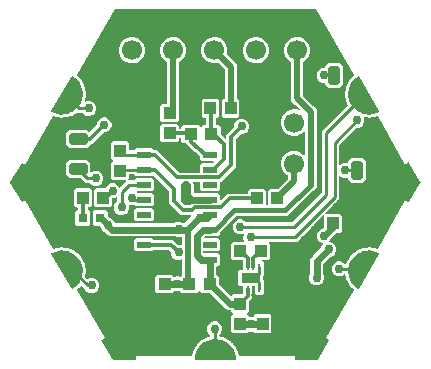
<source format=gbr>
G04 EAGLE Gerber RS-274X export*
G75*
%MOMM*%
%FSLAX34Y34*%
%LPD*%
%INTop Copper*%
%IPPOS*%
%AMOC8*
5,1,8,0,0,1.08239X$1,22.5*%
G01*
%ADD10R,0.800000X0.800000*%
%ADD11R,1.000000X1.100000*%
%ADD12C,0.499997*%
%ADD13C,1.000000*%
%ADD14R,1.200000X0.600000*%
%ADD15R,1.100000X1.000000*%
%ADD16C,1.700000*%
%ADD17R,0.250000X0.500000*%
%ADD18R,1.600000X0.900000*%
%ADD19C,0.756400*%
%ADD20C,0.609600*%
%ADD21C,0.812800*%
%ADD22C,0.304800*%
%ADD23C,0.508000*%
%ADD24C,0.254000*%
%ADD25C,0.355600*%
%ADD26C,0.406400*%

G36*
X278630Y195708D02*
X278630Y195708D01*
X278658Y195706D01*
X278726Y195728D01*
X278797Y195742D01*
X278820Y195758D01*
X278847Y195767D01*
X278902Y195814D01*
X278961Y195855D01*
X278976Y195879D01*
X278998Y195897D01*
X279029Y195962D01*
X279068Y196022D01*
X279073Y196050D01*
X279085Y196076D01*
X279094Y196177D01*
X279101Y196219D01*
X279099Y196229D01*
X279100Y196242D01*
X278861Y199243D01*
X325936Y199243D01*
X326019Y199259D01*
X326103Y199271D01*
X326117Y199279D01*
X326132Y199282D01*
X326203Y199330D01*
X326275Y199373D01*
X326285Y199386D01*
X326298Y199395D01*
X326344Y199466D01*
X326395Y199534D01*
X326399Y199551D01*
X326407Y199563D01*
X326417Y199618D01*
X326441Y199708D01*
X326508Y200506D01*
X326601Y200586D01*
X326643Y200638D01*
X326691Y200684D01*
X326706Y200718D01*
X326726Y200743D01*
X326739Y200790D01*
X326765Y200848D01*
X326896Y201367D01*
X326900Y201433D01*
X326912Y201499D01*
X326905Y201535D01*
X326906Y201567D01*
X326890Y201613D01*
X326877Y201675D01*
X326833Y201790D01*
X327220Y202674D01*
X327229Y202711D01*
X327248Y202753D01*
X327485Y203689D01*
X327590Y203752D01*
X327640Y203797D01*
X327695Y203835D01*
X327715Y203866D01*
X327739Y203887D01*
X327759Y203931D01*
X327795Y203984D01*
X328010Y204474D01*
X328024Y204539D01*
X328047Y204601D01*
X328046Y204639D01*
X328052Y204670D01*
X328043Y204718D01*
X328042Y204782D01*
X328016Y204902D01*
X328545Y205710D01*
X328559Y205746D01*
X328584Y205784D01*
X328972Y206668D01*
X329087Y206713D01*
X329143Y206749D01*
X329203Y206777D01*
X329229Y206804D01*
X329255Y206821D01*
X329283Y206861D01*
X329327Y206908D01*
X329619Y207355D01*
X329644Y207417D01*
X329677Y207475D01*
X329682Y207512D01*
X329694Y207541D01*
X329693Y207590D01*
X329702Y207654D01*
X329696Y207776D01*
X330350Y208487D01*
X330370Y208519D01*
X330402Y208553D01*
X330930Y209361D01*
X331050Y209386D01*
X331111Y209413D01*
X331176Y209431D01*
X331205Y209453D01*
X331234Y209465D01*
X331268Y209501D01*
X331319Y209539D01*
X331681Y209933D01*
X331716Y209989D01*
X331758Y210041D01*
X331769Y210077D01*
X331785Y210104D01*
X331792Y210152D01*
X331811Y210213D01*
X331827Y210335D01*
X332588Y210928D01*
X332613Y210957D01*
X332650Y210985D01*
X333304Y211695D01*
X333427Y211700D01*
X333492Y211716D01*
X333558Y211723D01*
X333591Y211741D01*
X333622Y211748D01*
X333661Y211777D01*
X333718Y211807D01*
X334139Y212135D01*
X334183Y212186D01*
X334233Y212230D01*
X334249Y212263D01*
X334270Y212287D01*
X334285Y212334D01*
X334314Y212391D01*
X334349Y212509D01*
X335198Y212968D01*
X335227Y212993D01*
X335268Y213014D01*
X336030Y213607D01*
X336152Y213592D01*
X336218Y213597D01*
X336285Y213593D01*
X336321Y213604D01*
X336352Y213607D01*
X336396Y213629D01*
X336456Y213649D01*
X336926Y213903D01*
X336978Y213946D01*
X337034Y213982D01*
X337056Y214012D01*
X337080Y214032D01*
X337103Y214075D01*
X337141Y214127D01*
X337195Y214237D01*
X338108Y214551D01*
X338140Y214570D01*
X338184Y214584D01*
X339034Y215044D01*
X339152Y215009D01*
X339218Y215003D01*
X339283Y214988D01*
X339320Y214994D01*
X339351Y214991D01*
X339398Y215006D01*
X339461Y215015D01*
X339966Y215189D01*
X340024Y215222D01*
X340085Y215248D01*
X340112Y215274D01*
X340139Y215290D01*
X340169Y215329D01*
X340215Y215374D01*
X340286Y215474D01*
X341206Y215627D01*
X341265Y215650D01*
X341328Y215664D01*
X341358Y215685D01*
X341393Y215699D01*
X341439Y215743D01*
X341491Y215780D01*
X341511Y215811D01*
X341538Y215837D01*
X341563Y215896D01*
X341597Y215950D01*
X341604Y215990D01*
X341618Y216021D01*
X341619Y216068D01*
X341629Y216128D01*
X341629Y216909D01*
X341628Y216917D01*
X341629Y216924D01*
X341608Y217014D01*
X341590Y217105D01*
X341585Y217112D01*
X341583Y217120D01*
X341481Y217268D01*
X340080Y218668D01*
X339117Y220992D01*
X339117Y223508D01*
X340080Y225832D01*
X341858Y227610D01*
X342047Y227688D01*
X343272Y228196D01*
X344182Y228573D01*
X346698Y228573D01*
X349022Y227610D01*
X350800Y225832D01*
X351763Y223508D01*
X351763Y220992D01*
X350800Y218668D01*
X349399Y217268D01*
X349395Y217261D01*
X349389Y217256D01*
X349340Y217178D01*
X349288Y217101D01*
X349287Y217093D01*
X349283Y217086D01*
X349251Y216909D01*
X349251Y216382D01*
X349263Y216319D01*
X349267Y216255D01*
X349283Y216222D01*
X349290Y216185D01*
X349326Y216132D01*
X349354Y216075D01*
X349382Y216050D01*
X349403Y216020D01*
X349457Y215985D01*
X349505Y215942D01*
X349543Y215929D01*
X349571Y215910D01*
X349618Y215902D01*
X349674Y215882D01*
X349755Y215868D01*
X349821Y215870D01*
X349888Y215864D01*
X349923Y215874D01*
X349955Y215875D01*
X349999Y215895D01*
X350061Y215913D01*
X350171Y215967D01*
X351084Y215653D01*
X351122Y215648D01*
X351166Y215633D01*
X352118Y215474D01*
X352189Y215374D01*
X352238Y215328D01*
X352280Y215277D01*
X352313Y215258D01*
X352336Y215237D01*
X352382Y215220D01*
X352438Y215189D01*
X352943Y215015D01*
X353009Y215006D01*
X353073Y214989D01*
X353111Y214993D01*
X353142Y214989D01*
X353189Y215002D01*
X353252Y215009D01*
X353370Y215044D01*
X354220Y214584D01*
X354256Y214573D01*
X354296Y214551D01*
X355209Y214237D01*
X355263Y214127D01*
X355304Y214074D01*
X355337Y214016D01*
X355366Y213993D01*
X355385Y213968D01*
X355428Y213943D01*
X355478Y213903D01*
X355948Y213649D01*
X356012Y213630D01*
X356072Y213602D01*
X356109Y213600D01*
X356139Y213590D01*
X356188Y213595D01*
X356252Y213592D01*
X356374Y213607D01*
X357136Y213014D01*
X357170Y212997D01*
X357206Y212968D01*
X358055Y212509D01*
X358090Y212391D01*
X358121Y212332D01*
X358144Y212269D01*
X358169Y212242D01*
X358184Y212214D01*
X358222Y212183D01*
X358265Y212135D01*
X358686Y211807D01*
X358746Y211777D01*
X358801Y211740D01*
X358838Y211732D01*
X358866Y211718D01*
X358915Y211714D01*
X358977Y211700D01*
X359100Y211695D01*
X359754Y210985D01*
X359785Y210963D01*
X359815Y210928D01*
X360577Y210335D01*
X360593Y210213D01*
X360614Y210150D01*
X360626Y210085D01*
X360646Y210053D01*
X360656Y210023D01*
X360689Y209986D01*
X360723Y209933D01*
X361085Y209539D01*
X361094Y209532D01*
X361099Y209526D01*
X361131Y209506D01*
X361139Y209500D01*
X361187Y209454D01*
X361222Y209440D01*
X361247Y209422D01*
X361295Y209410D01*
X361354Y209386D01*
X361474Y209361D01*
X362002Y208553D01*
X362029Y208526D01*
X362054Y208487D01*
X362708Y207776D01*
X362702Y207654D01*
X362713Y207588D01*
X362714Y207521D01*
X362729Y207487D01*
X362734Y207456D01*
X362760Y207414D01*
X362785Y207355D01*
X363077Y206908D01*
X363124Y206860D01*
X363164Y206807D01*
X363196Y206787D01*
X363218Y206765D01*
X363263Y206746D01*
X363317Y206713D01*
X363432Y206668D01*
X363820Y205784D01*
X363841Y205753D01*
X363859Y205710D01*
X364388Y204902D01*
X364362Y204782D01*
X364362Y204715D01*
X364352Y204649D01*
X364361Y204613D01*
X364361Y204581D01*
X364379Y204536D01*
X364394Y204474D01*
X364609Y203984D01*
X364647Y203930D01*
X364678Y203870D01*
X364706Y203846D01*
X364724Y203820D01*
X364766Y203794D01*
X364814Y203752D01*
X364919Y203689D01*
X365156Y202753D01*
X365173Y202719D01*
X365184Y202674D01*
X365571Y201790D01*
X365527Y201675D01*
X365515Y201610D01*
X365495Y201546D01*
X365498Y201509D01*
X365492Y201478D01*
X365503Y201430D01*
X365508Y201367D01*
X365639Y200848D01*
X365668Y200788D01*
X365688Y200725D01*
X365712Y200696D01*
X365725Y200668D01*
X365762Y200635D01*
X365803Y200586D01*
X365896Y200506D01*
X365963Y199708D01*
X365986Y199627D01*
X366005Y199544D01*
X366014Y199531D01*
X366018Y199516D01*
X366071Y199450D01*
X366121Y199381D01*
X366134Y199372D01*
X366144Y199360D01*
X366219Y199320D01*
X366291Y199275D01*
X366308Y199272D01*
X366321Y199265D01*
X366377Y199259D01*
X366468Y199243D01*
X413543Y199243D01*
X413304Y196242D01*
X413308Y196213D01*
X413303Y196185D01*
X413320Y196116D01*
X413328Y196044D01*
X413343Y196020D01*
X413349Y195992D01*
X413392Y195934D01*
X413428Y195872D01*
X413450Y195855D01*
X413467Y195832D01*
X413529Y195795D01*
X413586Y195752D01*
X413614Y195745D01*
X413638Y195730D01*
X413738Y195714D01*
X413779Y195703D01*
X413789Y195705D01*
X413802Y195703D01*
X432802Y195703D01*
X432878Y195718D01*
X432956Y195727D01*
X432975Y195738D01*
X432997Y195742D01*
X433061Y195786D01*
X433129Y195825D01*
X433145Y195844D01*
X433161Y195855D01*
X433185Y195893D01*
X433235Y195953D01*
X442735Y212453D01*
X442744Y212480D01*
X442760Y212504D01*
X442775Y212574D01*
X442798Y212642D01*
X442795Y212670D01*
X442801Y212698D01*
X442788Y212769D01*
X442782Y212840D01*
X442769Y212865D01*
X442763Y212893D01*
X442723Y212953D01*
X442690Y213016D01*
X442668Y213034D01*
X442652Y213058D01*
X442569Y213116D01*
X442537Y213143D01*
X442526Y213146D01*
X442516Y213153D01*
X439815Y214431D01*
X463346Y255189D01*
X463373Y255269D01*
X463405Y255348D01*
X463405Y255364D01*
X463410Y255379D01*
X463404Y255463D01*
X463403Y255548D01*
X463397Y255563D01*
X463395Y255579D01*
X463357Y255654D01*
X463324Y255732D01*
X463311Y255744D01*
X463304Y255758D01*
X463261Y255794D01*
X463196Y255859D01*
X462530Y256322D01*
X462508Y256443D01*
X462483Y256505D01*
X462467Y256570D01*
X462445Y256600D01*
X462434Y256629D01*
X462400Y256665D01*
X462362Y256716D01*
X461982Y257087D01*
X461926Y257123D01*
X461875Y257167D01*
X461840Y257179D01*
X461814Y257196D01*
X461765Y257205D01*
X461705Y257225D01*
X461583Y257244D01*
X461012Y258022D01*
X460984Y258048D01*
X460957Y258085D01*
X460266Y258759D01*
X460264Y258882D01*
X460250Y258947D01*
X460245Y259014D01*
X460228Y259047D01*
X460222Y259078D01*
X460194Y259118D01*
X460166Y259176D01*
X459851Y259604D01*
X459802Y259649D01*
X459759Y259700D01*
X459726Y259718D01*
X459703Y259739D01*
X459657Y259755D01*
X459601Y259786D01*
X459484Y259824D01*
X459049Y260686D01*
X459025Y260716D01*
X459005Y260757D01*
X458433Y261535D01*
X458452Y261657D01*
X458449Y261723D01*
X458455Y261790D01*
X458444Y261826D01*
X458443Y261857D01*
X458422Y261901D01*
X458403Y261963D01*
X458164Y262437D01*
X458123Y262489D01*
X458089Y262547D01*
X458059Y262570D01*
X458040Y262594D01*
X457997Y262618D01*
X457947Y262657D01*
X457838Y262714D01*
X457550Y263636D01*
X457532Y263669D01*
X457519Y263714D01*
X457083Y264575D01*
X457122Y264692D01*
X457130Y264758D01*
X457146Y264823D01*
X457142Y264860D01*
X457146Y264891D01*
X457132Y264938D01*
X457124Y265002D01*
X456966Y265509D01*
X456934Y265567D01*
X456910Y265630D01*
X456885Y265657D01*
X456870Y265685D01*
X456831Y265715D01*
X456788Y265762D01*
X456690Y265836D01*
X456558Y266793D01*
X456545Y266829D01*
X456540Y266874D01*
X456252Y267796D01*
X456309Y267905D01*
X456328Y267969D01*
X456355Y268030D01*
X456356Y268067D01*
X456365Y268097D01*
X456360Y268146D01*
X456362Y268210D01*
X456331Y268439D01*
X456308Y268504D01*
X456294Y268571D01*
X456275Y268597D01*
X456265Y268628D01*
X456219Y268679D01*
X456180Y268735D01*
X456152Y268753D01*
X456131Y268777D01*
X456068Y268806D01*
X456010Y268843D01*
X455978Y268848D01*
X455949Y268862D01*
X455880Y268865D01*
X455813Y268876D01*
X455781Y268869D01*
X455749Y268870D01*
X455685Y268846D01*
X455618Y268831D01*
X455589Y268811D01*
X455561Y268800D01*
X455524Y268766D01*
X455470Y268728D01*
X454432Y267690D01*
X454412Y267682D01*
X453188Y267175D01*
X452108Y266727D01*
X449592Y266727D01*
X447268Y267690D01*
X445490Y269468D01*
X444527Y271792D01*
X444527Y274308D01*
X445490Y276632D01*
X447268Y278410D01*
X447276Y278413D01*
X448501Y278921D01*
X449592Y279373D01*
X452108Y279373D01*
X454432Y278410D01*
X455832Y277009D01*
X455839Y277005D01*
X455844Y276999D01*
X455922Y276950D01*
X455999Y276898D01*
X456007Y276897D01*
X456014Y276893D01*
X456191Y276861D01*
X456451Y276861D01*
X456507Y276872D01*
X456564Y276873D01*
X456604Y276892D01*
X456647Y276900D01*
X456694Y276932D01*
X456746Y276956D01*
X456776Y276988D01*
X456813Y277013D01*
X456844Y277061D01*
X456883Y277103D01*
X456900Y277148D01*
X456922Y277181D01*
X456930Y277222D01*
X456948Y277270D01*
X457024Y277654D01*
X457125Y277723D01*
X457172Y277770D01*
X457225Y277811D01*
X457244Y277843D01*
X457266Y277865D01*
X457285Y277911D01*
X457317Y277966D01*
X457504Y278463D01*
X457515Y278529D01*
X457534Y278593D01*
X457531Y278630D01*
X457536Y278661D01*
X457524Y278709D01*
X457519Y278772D01*
X457487Y278891D01*
X457971Y279727D01*
X457983Y279763D01*
X458007Y279802D01*
X458346Y280706D01*
X458458Y280757D01*
X458512Y280796D01*
X458570Y280828D01*
X458595Y280856D01*
X458620Y280875D01*
X458646Y280916D01*
X458687Y280965D01*
X458953Y281425D01*
X458974Y281488D01*
X459004Y281548D01*
X459007Y281585D01*
X459017Y281615D01*
X459013Y281664D01*
X459019Y281727D01*
X459007Y281850D01*
X459621Y282595D01*
X459639Y282628D01*
X459669Y282663D01*
X460152Y283499D01*
X460271Y283531D01*
X460331Y283561D01*
X460394Y283582D01*
X460422Y283606D01*
X460451Y283620D01*
X460483Y283657D01*
X460531Y283698D01*
X460869Y284108D01*
X460901Y284167D01*
X460940Y284221D01*
X460949Y284257D01*
X460964Y284285D01*
X460968Y284334D01*
X460984Y284396D01*
X460993Y284518D01*
X461721Y285152D01*
X461744Y285182D01*
X461780Y285212D01*
X462394Y285957D01*
X462516Y285969D01*
X462580Y285988D01*
X462646Y285999D01*
X462678Y286018D01*
X462708Y286027D01*
X462746Y286058D01*
X462801Y286091D01*
X463201Y286439D01*
X463242Y286492D01*
X463289Y286539D01*
X463304Y286573D01*
X463324Y286598D01*
X463336Y286646D01*
X463362Y286704D01*
X463390Y286824D01*
X464213Y287329D01*
X464241Y287355D01*
X464281Y287378D01*
X465009Y288012D01*
X465132Y288003D01*
X465198Y288012D01*
X465265Y288012D01*
X465299Y288025D01*
X465331Y288029D01*
X465363Y288048D01*
X465379Y288051D01*
X465397Y288063D01*
X465433Y288077D01*
X465885Y288355D01*
X465934Y288400D01*
X465989Y288439D01*
X466009Y288470D01*
X466032Y288492D01*
X466052Y288536D01*
X466087Y288590D01*
X466135Y288703D01*
X467030Y289066D01*
X467062Y289087D01*
X467105Y289103D01*
X467927Y289608D01*
X468047Y289580D01*
X468114Y289577D01*
X468179Y289566D01*
X468216Y289574D01*
X468247Y289573D01*
X468293Y289590D01*
X468356Y289603D01*
X468848Y289803D01*
X468904Y289839D01*
X468964Y289868D01*
X468989Y289896D01*
X469015Y289913D01*
X469043Y289954D01*
X469086Y290001D01*
X469152Y290105D01*
X470094Y290315D01*
X470129Y290331D01*
X470174Y290340D01*
X471069Y290703D01*
X471182Y290655D01*
X471247Y290642D01*
X471310Y290620D01*
X471347Y290621D01*
X471378Y290615D01*
X471426Y290624D01*
X471490Y290627D01*
X472009Y290743D01*
X472069Y290770D01*
X472133Y290789D01*
X472163Y290812D01*
X472192Y290824D01*
X472225Y290860D01*
X472276Y290899D01*
X472358Y290991D01*
X473322Y291043D01*
X473359Y291053D01*
X473405Y291055D01*
X474347Y291265D01*
X474451Y291199D01*
X474513Y291176D01*
X474571Y291144D01*
X474608Y291139D01*
X474638Y291128D01*
X474687Y291129D01*
X474750Y291121D01*
X475281Y291150D01*
X475345Y291167D01*
X475411Y291175D01*
X475444Y291193D01*
X475475Y291200D01*
X475514Y291230D01*
X475570Y291261D01*
X475666Y291337D01*
X476625Y291230D01*
X476663Y291234D01*
X476709Y291228D01*
X477673Y291281D01*
X477765Y291199D01*
X477822Y291165D01*
X477875Y291124D01*
X477910Y291113D01*
X477937Y291097D01*
X477986Y291090D01*
X478047Y291072D01*
X478575Y291013D01*
X478642Y291019D01*
X478708Y291016D01*
X478743Y291028D01*
X478775Y291031D01*
X478818Y291054D01*
X478879Y291075D01*
X478986Y291134D01*
X479915Y290871D01*
X479953Y290868D01*
X479997Y290855D01*
X480957Y290748D01*
X481033Y290652D01*
X481085Y290609D01*
X481129Y290560D01*
X481163Y290544D01*
X481187Y290523D01*
X481234Y290509D01*
X481291Y290481D01*
X481802Y290336D01*
X481869Y290331D01*
X481934Y290317D01*
X481971Y290323D01*
X482002Y290321D01*
X482049Y290336D01*
X482112Y290346D01*
X482227Y290388D01*
X482936Y290053D01*
X483019Y290032D01*
X483100Y290007D01*
X483116Y290008D01*
X483131Y290005D01*
X483215Y290018D01*
X483299Y290026D01*
X483313Y290033D01*
X483329Y290036D01*
X483401Y290080D01*
X483476Y290120D01*
X483487Y290133D01*
X483500Y290141D01*
X483532Y290186D01*
X483592Y290258D01*
X507122Y331014D01*
X509618Y329291D01*
X509645Y329280D01*
X509667Y329261D01*
X509736Y329241D01*
X509801Y329213D01*
X509830Y329213D01*
X509858Y329205D01*
X509929Y329213D01*
X510000Y329213D01*
X510027Y329224D01*
X510056Y329227D01*
X510118Y329262D01*
X510183Y329290D01*
X510204Y329310D01*
X510229Y329325D01*
X510292Y329402D01*
X510322Y329432D01*
X510326Y329442D01*
X510335Y329453D01*
X519835Y345953D01*
X519845Y345985D01*
X519854Y345998D01*
X519858Y346022D01*
X519859Y346026D01*
X519890Y346096D01*
X519890Y346120D01*
X519898Y346142D01*
X519892Y346218D01*
X519893Y346295D01*
X519883Y346319D01*
X519882Y346340D01*
X519861Y346379D01*
X519835Y346451D01*
X510335Y362951D01*
X510316Y362973D01*
X510303Y362999D01*
X510250Y363047D01*
X510203Y363100D01*
X510177Y363113D01*
X510156Y363132D01*
X510088Y363155D01*
X510024Y363186D01*
X509995Y363188D01*
X509968Y363197D01*
X509896Y363192D01*
X509825Y363195D01*
X509798Y363185D01*
X509769Y363183D01*
X509679Y363141D01*
X509639Y363126D01*
X509631Y363119D01*
X509618Y363113D01*
X507122Y361390D01*
X483592Y402146D01*
X483536Y402210D01*
X483484Y402277D01*
X483470Y402285D01*
X483460Y402297D01*
X483383Y402334D01*
X483309Y402375D01*
X483294Y402377D01*
X483279Y402384D01*
X483195Y402388D01*
X483110Y402398D01*
X483094Y402394D01*
X483079Y402394D01*
X483026Y402375D01*
X482936Y402351D01*
X482227Y402016D01*
X482112Y402058D01*
X482046Y402067D01*
X481982Y402086D01*
X481944Y402082D01*
X481913Y402086D01*
X481866Y402074D01*
X481802Y402068D01*
X481291Y401923D01*
X481232Y401893D01*
X481169Y401870D01*
X481141Y401846D01*
X481113Y401831D01*
X481081Y401794D01*
X481033Y401752D01*
X480957Y401656D01*
X479997Y401549D01*
X479961Y401537D01*
X479915Y401533D01*
X478986Y401270D01*
X478879Y401329D01*
X478815Y401350D01*
X478755Y401379D01*
X478718Y401381D01*
X478688Y401391D01*
X478639Y401386D01*
X478575Y401391D01*
X478047Y401332D01*
X477984Y401312D01*
X477918Y401300D01*
X477886Y401280D01*
X477856Y401271D01*
X477819Y401239D01*
X477765Y401205D01*
X477673Y401123D01*
X476709Y401176D01*
X476671Y401170D01*
X476625Y401174D01*
X475666Y401067D01*
X475570Y401143D01*
X475511Y401174D01*
X475456Y401212D01*
X475420Y401221D01*
X475392Y401235D01*
X475343Y401239D01*
X475281Y401254D01*
X474750Y401283D01*
X474684Y401273D01*
X474618Y401272D01*
X474583Y401258D01*
X474552Y401254D01*
X474510Y401229D01*
X474451Y401204D01*
X474347Y401139D01*
X473405Y401349D01*
X473367Y401350D01*
X473322Y401361D01*
X472636Y401398D01*
X472618Y401395D01*
X472600Y401399D01*
X472519Y401381D01*
X472437Y401369D01*
X472422Y401360D01*
X472404Y401356D01*
X472337Y401308D01*
X472266Y401266D01*
X472255Y401251D01*
X472240Y401241D01*
X472196Y401171D01*
X472147Y401104D01*
X472143Y401086D01*
X472134Y401071D01*
X472120Y400990D01*
X472101Y400909D01*
X472104Y400891D01*
X472101Y400873D01*
X472126Y400759D01*
X472134Y400711D01*
X472138Y400705D01*
X472139Y400697D01*
X472413Y400038D01*
X472413Y397522D01*
X471450Y395198D01*
X469672Y393420D01*
X468592Y392973D01*
X467367Y392465D01*
X467348Y392457D01*
X465367Y392457D01*
X465359Y392456D01*
X465351Y392457D01*
X465261Y392436D01*
X465170Y392418D01*
X465164Y392413D01*
X465156Y392411D01*
X465008Y392309D01*
X450999Y378300D01*
X450995Y378294D01*
X450989Y378289D01*
X450940Y378210D01*
X450888Y378133D01*
X450887Y378125D01*
X450883Y378119D01*
X450851Y377941D01*
X450851Y361449D01*
X450851Y361446D01*
X450851Y361444D01*
X450871Y361349D01*
X450890Y361253D01*
X450892Y361250D01*
X450892Y361248D01*
X450948Y361167D01*
X451003Y361087D01*
X451005Y361085D01*
X451007Y361083D01*
X451090Y361030D01*
X451171Y360977D01*
X451174Y360977D01*
X451176Y360976D01*
X451272Y360959D01*
X451368Y360942D01*
X451371Y360942D01*
X451373Y360942D01*
X451468Y360964D01*
X451564Y360985D01*
X451566Y360987D01*
X451569Y360988D01*
X451717Y361090D01*
X452348Y361722D01*
X453284Y362110D01*
X454508Y362617D01*
X454509Y362617D01*
X454672Y362685D01*
X457188Y362685D01*
X457848Y362411D01*
X457852Y362410D01*
X457855Y362408D01*
X457950Y362391D01*
X458045Y362373D01*
X458048Y362373D01*
X458052Y362373D01*
X458147Y362394D01*
X458241Y362413D01*
X458244Y362415D01*
X458248Y362416D01*
X458326Y362472D01*
X458406Y362527D01*
X458408Y362530D01*
X458412Y362532D01*
X458462Y362614D01*
X458515Y362695D01*
X458515Y362699D01*
X458517Y362703D01*
X458549Y362880D01*
X458549Y363950D01*
X461502Y366903D01*
X470678Y366903D01*
X473631Y363950D01*
X473631Y348774D01*
X470678Y345821D01*
X461502Y345821D01*
X458549Y348774D01*
X458549Y349844D01*
X458549Y349848D01*
X458549Y349852D01*
X458529Y349946D01*
X458510Y350041D01*
X458507Y350044D01*
X458507Y350048D01*
X458451Y350127D01*
X458397Y350206D01*
X458394Y350209D01*
X458391Y350212D01*
X458309Y350263D01*
X458229Y350316D01*
X458225Y350316D01*
X458222Y350318D01*
X458126Y350334D01*
X458032Y350351D01*
X458028Y350350D01*
X458024Y350351D01*
X457848Y350313D01*
X457188Y350039D01*
X454672Y350039D01*
X452348Y351002D01*
X451717Y351634D01*
X451714Y351635D01*
X451713Y351637D01*
X451633Y351689D01*
X451550Y351745D01*
X451547Y351745D01*
X451545Y351747D01*
X451449Y351764D01*
X451353Y351782D01*
X451350Y351782D01*
X451348Y351782D01*
X451251Y351761D01*
X451157Y351741D01*
X451155Y351739D01*
X451152Y351739D01*
X451072Y351682D01*
X450992Y351626D01*
X450991Y351624D01*
X450989Y351623D01*
X450937Y351539D01*
X450885Y351457D01*
X450884Y351455D01*
X450883Y351452D01*
X450851Y351275D01*
X450851Y334044D01*
X450851Y334040D01*
X450851Y334036D01*
X450876Y332457D01*
X449759Y331340D01*
X449757Y331337D01*
X449753Y331334D01*
X449406Y330976D01*
X449406Y330975D01*
X448915Y330468D01*
X448914Y330468D01*
X447440Y328947D01*
X447440Y328946D01*
X446949Y328439D01*
X445475Y326918D01*
X445475Y326917D01*
X444983Y326410D01*
X443509Y324889D01*
X443509Y324888D01*
X443018Y324381D01*
X441052Y322352D01*
X439315Y320559D01*
X439261Y320475D01*
X439208Y320393D01*
X439207Y320391D01*
X439207Y320390D01*
X439190Y320295D01*
X439172Y320196D01*
X439172Y320194D01*
X439172Y320193D01*
X439194Y320099D01*
X439216Y320000D01*
X439217Y319999D01*
X439217Y319997D01*
X439275Y319916D01*
X439332Y319837D01*
X439333Y319836D01*
X439334Y319835D01*
X439418Y319783D01*
X439502Y319731D01*
X439503Y319730D01*
X439505Y319730D01*
X439524Y319727D01*
X439679Y319699D01*
X451659Y319699D01*
X453148Y318210D01*
X453148Y305106D01*
X451659Y303617D01*
X448891Y303617D01*
X448883Y303616D01*
X448876Y303617D01*
X448786Y303596D01*
X448695Y303578D01*
X448688Y303573D01*
X448680Y303571D01*
X448532Y303469D01*
X444315Y299252D01*
X444310Y299244D01*
X444303Y299239D01*
X444206Y299087D01*
X443510Y297408D01*
X442850Y296749D01*
X442849Y296746D01*
X442847Y296745D01*
X442795Y296665D01*
X442739Y296582D01*
X442739Y296579D01*
X442737Y296577D01*
X442720Y296481D01*
X442702Y296385D01*
X442702Y296382D01*
X442702Y296380D01*
X442723Y296283D01*
X442743Y296189D01*
X442745Y296187D01*
X442745Y296184D01*
X442802Y296104D01*
X442858Y296024D01*
X442860Y296023D01*
X442861Y296021D01*
X442945Y295969D01*
X443027Y295917D01*
X443029Y295916D01*
X443032Y295915D01*
X443209Y295883D01*
X443218Y295883D01*
X445542Y294920D01*
X447320Y293142D01*
X448283Y290818D01*
X448283Y288302D01*
X447320Y285978D01*
X445542Y284200D01*
X444851Y283914D01*
X443863Y283504D01*
X443855Y283499D01*
X443846Y283497D01*
X443698Y283395D01*
X437537Y277234D01*
X437533Y277227D01*
X437527Y277223D01*
X437478Y277144D01*
X437426Y277067D01*
X437425Y277059D01*
X437421Y277052D01*
X437389Y276875D01*
X437389Y268561D01*
X437391Y268552D01*
X437389Y268543D01*
X437427Y268366D01*
X438123Y266688D01*
X438123Y264172D01*
X437160Y261848D01*
X435382Y260070D01*
X434165Y259566D01*
X433058Y259107D01*
X430542Y259107D01*
X428218Y260070D01*
X426440Y261848D01*
X425477Y264172D01*
X425477Y266688D01*
X426173Y268366D01*
X426174Y268375D01*
X426179Y268383D01*
X426211Y268561D01*
X426211Y280512D01*
X427062Y282566D01*
X428706Y284209D01*
X435795Y291298D01*
X435800Y291306D01*
X435807Y291311D01*
X435904Y291463D01*
X436600Y293142D01*
X437260Y293801D01*
X437261Y293804D01*
X437263Y293805D01*
X437315Y293885D01*
X437371Y293968D01*
X437371Y293971D01*
X437373Y293973D01*
X437390Y294069D01*
X437408Y294165D01*
X437408Y294168D01*
X437408Y294170D01*
X437387Y294267D01*
X437367Y294361D01*
X437365Y294363D01*
X437365Y294366D01*
X437308Y294446D01*
X437252Y294526D01*
X437250Y294527D01*
X437249Y294529D01*
X437165Y294581D01*
X437083Y294633D01*
X437081Y294634D01*
X437078Y294635D01*
X436901Y294667D01*
X436892Y294667D01*
X434568Y295630D01*
X432790Y297408D01*
X431827Y299732D01*
X431827Y302248D01*
X432790Y304572D01*
X434568Y306350D01*
X435701Y306819D01*
X436247Y307046D01*
X436255Y307051D01*
X436264Y307053D01*
X436412Y307155D01*
X437918Y308661D01*
X437922Y308668D01*
X437929Y308673D01*
X437977Y308751D01*
X438029Y308828D01*
X438030Y308836D01*
X438034Y308843D01*
X438066Y309020D01*
X438066Y318017D01*
X438065Y318024D01*
X438066Y318031D01*
X438045Y318122D01*
X438027Y318214D01*
X438023Y318219D01*
X438021Y318226D01*
X437966Y318303D01*
X437914Y318380D01*
X437908Y318383D01*
X437905Y318389D01*
X437824Y318438D01*
X437746Y318489D01*
X437739Y318490D01*
X437734Y318494D01*
X437641Y318508D01*
X437549Y318525D01*
X437542Y318523D01*
X437536Y318524D01*
X437445Y318501D01*
X437353Y318481D01*
X437348Y318477D01*
X437341Y318475D01*
X437195Y318370D01*
X436138Y317280D01*
X434664Y315758D01*
X434173Y315251D01*
X432698Y313729D01*
X432207Y313222D01*
X430733Y311700D01*
X429259Y310178D01*
X428767Y309671D01*
X427293Y308149D01*
X426802Y307642D01*
X425327Y306120D01*
X423853Y304599D01*
X423853Y304598D01*
X423362Y304091D01*
X421888Y302570D01*
X421888Y302569D01*
X420414Y301048D01*
X420413Y301048D01*
X419922Y300541D01*
X419922Y300540D01*
X418448Y299019D01*
X417957Y298512D01*
X417956Y298511D01*
X417775Y298324D01*
X417773Y298321D01*
X417770Y298319D01*
X417719Y298236D01*
X417704Y298213D01*
X416540Y297050D01*
X416538Y297046D01*
X416535Y297044D01*
X415436Y295909D01*
X413856Y295909D01*
X413852Y295909D01*
X413848Y295909D01*
X412217Y295883D01*
X412073Y295909D01*
X392118Y295909D01*
X392116Y295909D01*
X392113Y295909D01*
X392018Y295889D01*
X391922Y295870D01*
X391920Y295868D01*
X391917Y295868D01*
X391837Y295812D01*
X391756Y295757D01*
X391755Y295755D01*
X391753Y295753D01*
X391699Y295670D01*
X391647Y295589D01*
X391646Y295586D01*
X391645Y295584D01*
X391629Y295488D01*
X391611Y295392D01*
X391612Y295389D01*
X391611Y295387D01*
X391633Y295292D01*
X391655Y295196D01*
X391656Y295194D01*
X391657Y295191D01*
X391760Y295043D01*
X392461Y294342D01*
X392461Y282238D01*
X390972Y280749D01*
X386168Y280749D01*
X386166Y280749D01*
X386163Y280749D01*
X386068Y280729D01*
X385972Y280710D01*
X385970Y280708D01*
X385967Y280708D01*
X385887Y280652D01*
X385806Y280597D01*
X385805Y280595D01*
X385803Y280593D01*
X385749Y280510D01*
X385697Y280429D01*
X385696Y280426D01*
X385695Y280424D01*
X385679Y280328D01*
X385661Y280232D01*
X385662Y280229D01*
X385661Y280227D01*
X385683Y280132D01*
X385705Y280036D01*
X385706Y280034D01*
X385707Y280031D01*
X385810Y279883D01*
X387211Y278482D01*
X387211Y276739D01*
X387212Y276731D01*
X387211Y276723D01*
X387231Y276638D01*
X387231Y267542D01*
X386609Y266920D01*
X386605Y266914D01*
X386599Y266909D01*
X386550Y266830D01*
X386498Y266753D01*
X386497Y266745D01*
X386493Y266739D01*
X386461Y266561D01*
X386461Y264299D01*
X386462Y264291D01*
X386461Y264283D01*
X386482Y264193D01*
X386500Y264102D01*
X386505Y264096D01*
X386507Y264088D01*
X386609Y263940D01*
X387231Y263318D01*
X387231Y254232D01*
X387211Y254121D01*
X387211Y252378D01*
X385722Y250889D01*
X381118Y250889D01*
X379629Y252378D01*
X379629Y254121D01*
X379628Y254129D01*
X379629Y254137D01*
X379609Y254222D01*
X379609Y257882D01*
X379608Y257887D01*
X379609Y257892D01*
X379588Y257985D01*
X379570Y258079D01*
X379567Y258083D01*
X379566Y258088D01*
X379510Y258166D01*
X379457Y258244D01*
X379453Y258247D01*
X379450Y258251D01*
X379368Y258302D01*
X379289Y258354D01*
X379284Y258354D01*
X379279Y258357D01*
X379102Y258389D01*
X377934Y258389D01*
X377931Y258389D01*
X377928Y258389D01*
X377834Y258369D01*
X377737Y258350D01*
X377735Y258348D01*
X377732Y258348D01*
X377652Y258292D01*
X377571Y258237D01*
X377570Y258235D01*
X377568Y258233D01*
X377515Y258150D01*
X377462Y258069D01*
X377462Y258066D01*
X377460Y258064D01*
X377444Y257968D01*
X377427Y257872D01*
X377427Y257869D01*
X377427Y257866D01*
X377449Y257772D01*
X377470Y257676D01*
X377472Y257674D01*
X377472Y257671D01*
X377485Y257653D01*
X377485Y248156D01*
X374719Y245391D01*
X374715Y245384D01*
X374709Y245380D01*
X374660Y245301D01*
X374608Y245224D01*
X374607Y245216D01*
X374603Y245210D01*
X374571Y245032D01*
X374571Y236898D01*
X372982Y235309D01*
X372979Y235304D01*
X372975Y235301D01*
X372923Y235221D01*
X372871Y235142D01*
X372870Y235137D01*
X372867Y235132D01*
X372851Y235038D01*
X372833Y234945D01*
X372834Y234940D01*
X372833Y234935D01*
X372855Y234842D01*
X372875Y234749D01*
X372878Y234744D01*
X372879Y234739D01*
X372982Y234591D01*
X374571Y233002D01*
X374571Y232890D01*
X374572Y232885D01*
X374571Y232880D01*
X374592Y232786D01*
X374610Y232693D01*
X374613Y232689D01*
X374614Y232684D01*
X374670Y232606D01*
X374723Y232528D01*
X374727Y232525D01*
X374730Y232521D01*
X374812Y232470D01*
X374891Y232418D01*
X374896Y232418D01*
X374901Y232415D01*
X375078Y232383D01*
X377178Y232383D01*
X377838Y232109D01*
X377842Y232109D01*
X377845Y232106D01*
X377940Y232089D01*
X378035Y232071D01*
X378038Y232071D01*
X378042Y232071D01*
X378136Y232092D01*
X378231Y232111D01*
X378234Y232113D01*
X378238Y232114D01*
X378317Y232170D01*
X378396Y232225D01*
X378398Y232228D01*
X378401Y232230D01*
X378453Y232313D01*
X378505Y232393D01*
X378505Y232397D01*
X378507Y232401D01*
X378539Y232578D01*
X378539Y233002D01*
X380028Y234491D01*
X392132Y234491D01*
X393621Y233002D01*
X393621Y219898D01*
X392132Y218409D01*
X380028Y218409D01*
X378494Y219943D01*
X378488Y219947D01*
X378484Y219952D01*
X378405Y220002D01*
X378327Y220054D01*
X378320Y220056D01*
X378315Y220059D01*
X378222Y220074D01*
X378130Y220092D01*
X378123Y220091D01*
X378117Y220092D01*
X377941Y220053D01*
X377813Y220000D01*
X377178Y219737D01*
X374621Y219737D01*
X374613Y219736D01*
X374605Y219737D01*
X374515Y219716D01*
X374424Y219698D01*
X374417Y219693D01*
X374410Y219691D01*
X374262Y219589D01*
X373082Y218409D01*
X360978Y218409D01*
X359489Y219898D01*
X359489Y233002D01*
X361078Y234591D01*
X361081Y234596D01*
X361085Y234599D01*
X361137Y234679D01*
X361189Y234758D01*
X361190Y234763D01*
X361193Y234768D01*
X361209Y234862D01*
X361227Y234955D01*
X361226Y234960D01*
X361227Y234966D01*
X361205Y235058D01*
X361185Y235151D01*
X361182Y235156D01*
X361181Y235161D01*
X361078Y235309D01*
X359489Y236898D01*
X359489Y237354D01*
X359488Y237359D01*
X359489Y237364D01*
X359468Y237457D01*
X359450Y237551D01*
X359447Y237555D01*
X359446Y237560D01*
X359390Y237638D01*
X359337Y237716D01*
X359333Y237719D01*
X359330Y237723D01*
X359248Y237774D01*
X359169Y237826D01*
X359164Y237826D01*
X359159Y237829D01*
X358982Y237861D01*
X357028Y237861D01*
X354974Y238712D01*
X341026Y252661D01*
X341019Y252665D01*
X341015Y252671D01*
X340936Y252720D01*
X340859Y252772D01*
X340851Y252773D01*
X340844Y252777D01*
X340667Y252809D01*
X334688Y252809D01*
X333099Y254398D01*
X333094Y254401D01*
X333091Y254405D01*
X333011Y254457D01*
X332932Y254509D01*
X332927Y254510D01*
X332922Y254513D01*
X332828Y254529D01*
X332735Y254547D01*
X332730Y254546D01*
X332725Y254547D01*
X332632Y254525D01*
X332539Y254505D01*
X332534Y254502D01*
X332529Y254501D01*
X332381Y254398D01*
X330792Y252809D01*
X317688Y252809D01*
X316264Y254233D01*
X316258Y254237D01*
X316254Y254242D01*
X316175Y254292D01*
X316097Y254344D01*
X316090Y254346D01*
X316085Y254349D01*
X315992Y254364D01*
X315900Y254382D01*
X315893Y254381D01*
X315887Y254382D01*
X315711Y254343D01*
X314948Y254027D01*
X312432Y254027D01*
X311669Y254343D01*
X311663Y254345D01*
X311657Y254348D01*
X311565Y254364D01*
X311473Y254382D01*
X311466Y254381D01*
X311460Y254382D01*
X311369Y254360D01*
X311276Y254341D01*
X311271Y254338D01*
X311264Y254336D01*
X311116Y254233D01*
X309692Y252809D01*
X296588Y252809D01*
X295099Y254298D01*
X295099Y266402D01*
X296588Y267891D01*
X309692Y267891D01*
X311116Y266467D01*
X311122Y266463D01*
X311126Y266458D01*
X311205Y266408D01*
X311283Y266356D01*
X311290Y266354D01*
X311295Y266351D01*
X311388Y266336D01*
X311480Y266318D01*
X311487Y266319D01*
X311493Y266318D01*
X311669Y266357D01*
X312432Y266673D01*
X314948Y266673D01*
X315711Y266357D01*
X315717Y266355D01*
X315723Y266352D01*
X315815Y266336D01*
X315907Y266318D01*
X315914Y266319D01*
X315920Y266318D01*
X316011Y266340D01*
X316104Y266359D01*
X316109Y266362D01*
X316116Y266364D01*
X316264Y266467D01*
X317577Y267780D01*
X317581Y267786D01*
X317587Y267791D01*
X317636Y267870D01*
X317688Y267947D01*
X317689Y267955D01*
X317693Y267961D01*
X317725Y268139D01*
X317725Y280563D01*
X317724Y280566D01*
X317725Y280570D01*
X317705Y280664D01*
X317686Y280759D01*
X317683Y280762D01*
X317683Y280766D01*
X317627Y280845D01*
X317573Y280925D01*
X317570Y280927D01*
X317567Y280930D01*
X317485Y280982D01*
X317405Y281034D01*
X317401Y281035D01*
X317398Y281037D01*
X317302Y281053D01*
X317208Y281070D01*
X317204Y281069D01*
X317200Y281070D01*
X317024Y281031D01*
X316636Y280870D01*
X316218Y280697D01*
X313702Y280697D01*
X311378Y281660D01*
X309600Y283438D01*
X308637Y285762D01*
X308637Y287025D01*
X308636Y287033D01*
X308637Y287040D01*
X308616Y287130D01*
X308598Y287222D01*
X308593Y287228D01*
X308591Y287236D01*
X308489Y287384D01*
X306970Y288903D01*
X306963Y288907D01*
X306959Y288913D01*
X306880Y288962D01*
X306803Y289014D01*
X306795Y289015D01*
X306788Y289019D01*
X306611Y289051D01*
X294175Y289051D01*
X294167Y289050D01*
X294159Y289051D01*
X294069Y289030D01*
X293978Y289012D01*
X293971Y289007D01*
X293964Y289005D01*
X293816Y288903D01*
X292742Y287829D01*
X278638Y287829D01*
X277149Y289318D01*
X277149Y297422D01*
X278638Y298911D01*
X292742Y298911D01*
X293816Y297837D01*
X293822Y297833D01*
X293827Y297827D01*
X293906Y297778D01*
X293983Y297726D01*
X293991Y297725D01*
X293997Y297721D01*
X294175Y297689D01*
X310399Y297689D01*
X314596Y293491D01*
X314603Y293487D01*
X314607Y293481D01*
X314686Y293431D01*
X314763Y293380D01*
X314771Y293379D01*
X314778Y293375D01*
X314955Y293343D01*
X316218Y293343D01*
X317024Y293009D01*
X317028Y293008D01*
X317031Y293006D01*
X317126Y292989D01*
X317221Y292970D01*
X317224Y292971D01*
X317228Y292970D01*
X317323Y292991D01*
X317417Y293011D01*
X317420Y293013D01*
X317424Y293014D01*
X317503Y293070D01*
X317582Y293124D01*
X317584Y293128D01*
X317587Y293130D01*
X317638Y293211D01*
X317691Y293293D01*
X317691Y293297D01*
X317693Y293300D01*
X317725Y293477D01*
X317725Y299974D01*
X317724Y299979D01*
X317725Y299984D01*
X317704Y300077D01*
X317686Y300171D01*
X317683Y300175D01*
X317682Y300180D01*
X317626Y300258D01*
X317573Y300336D01*
X317569Y300339D01*
X317566Y300343D01*
X317484Y300394D01*
X317405Y300446D01*
X317400Y300446D01*
X317395Y300449D01*
X317218Y300481D01*
X316961Y300481D01*
X316952Y300479D01*
X316943Y300481D01*
X316767Y300443D01*
X316764Y300442D01*
X316218Y300215D01*
X313702Y300215D01*
X313153Y300443D01*
X313144Y300444D01*
X313136Y300449D01*
X312959Y300481D01*
X257594Y300481D01*
X255540Y301332D01*
X252893Y303979D01*
X252886Y303984D01*
X252880Y303992D01*
X252729Y304089D01*
X251688Y304520D01*
X249910Y306298D01*
X249214Y307977D01*
X249209Y307985D01*
X249207Y307994D01*
X249105Y308142D01*
X247960Y309287D01*
X247953Y309291D01*
X247949Y309297D01*
X247870Y309346D01*
X247793Y309398D01*
X247785Y309399D01*
X247778Y309403D01*
X247601Y309435D01*
X243748Y309435D01*
X242259Y310924D01*
X242259Y321028D01*
X243748Y322517D01*
X253852Y322517D01*
X255341Y321028D01*
X255341Y317923D01*
X255342Y317915D01*
X255341Y317908D01*
X255362Y317818D01*
X255380Y317727D01*
X255385Y317720D01*
X255387Y317712D01*
X255489Y317564D01*
X257008Y316045D01*
X257016Y316040D01*
X257021Y316033D01*
X257173Y315936D01*
X258852Y315240D01*
X260630Y313462D01*
X261247Y311972D01*
X261251Y311966D01*
X261252Y311960D01*
X261307Y311883D01*
X261359Y311805D01*
X261364Y311802D01*
X261368Y311797D01*
X261448Y311747D01*
X261526Y311695D01*
X261533Y311694D01*
X261539Y311691D01*
X261716Y311659D01*
X310929Y311659D01*
X310937Y311660D01*
X310944Y311659D01*
X311034Y311680D01*
X311125Y311698D01*
X311132Y311703D01*
X311140Y311705D01*
X311288Y311807D01*
X311378Y311898D01*
X312588Y312399D01*
X313702Y312861D01*
X316218Y312861D01*
X318542Y311898D01*
X318632Y311807D01*
X318639Y311803D01*
X318643Y311797D01*
X318722Y311748D01*
X318799Y311696D01*
X318807Y311695D01*
X318814Y311691D01*
X318991Y311659D01*
X319439Y311659D01*
X319446Y311660D01*
X319454Y311659D01*
X319544Y311680D01*
X319635Y311698D01*
X319642Y311703D01*
X319649Y311705D01*
X319797Y311807D01*
X325639Y317649D01*
X325641Y317652D01*
X325643Y317653D01*
X325695Y317733D01*
X325750Y317816D01*
X325751Y317819D01*
X325752Y317821D01*
X325770Y317917D01*
X325788Y318013D01*
X325787Y318016D01*
X325788Y318018D01*
X325766Y318115D01*
X325746Y318209D01*
X325745Y318211D01*
X325744Y318214D01*
X325688Y318294D01*
X325632Y318374D01*
X325630Y318375D01*
X325628Y318377D01*
X325545Y318429D01*
X325463Y318481D01*
X325460Y318482D01*
X325458Y318483D01*
X325281Y318515D01*
X317086Y318515D01*
X307085Y328516D01*
X307085Y338466D01*
X307084Y338474D01*
X307085Y338482D01*
X307064Y338572D01*
X307046Y338663D01*
X307041Y338669D01*
X307039Y338677D01*
X306937Y338825D01*
X293946Y351816D01*
X293942Y351818D01*
X293939Y351823D01*
X293858Y351874D01*
X293779Y351927D01*
X293774Y351927D01*
X293769Y351930D01*
X293676Y351946D01*
X293582Y351964D01*
X293577Y351963D01*
X293572Y351964D01*
X293479Y351942D01*
X293386Y351923D01*
X293382Y351920D01*
X293377Y351918D01*
X293229Y351816D01*
X292742Y351329D01*
X278638Y351329D01*
X277056Y352911D01*
X277050Y352915D01*
X277045Y352921D01*
X276966Y352970D01*
X276889Y353022D01*
X276882Y353023D01*
X276875Y353027D01*
X276698Y353059D01*
X273478Y353059D01*
X273473Y353058D01*
X273468Y353059D01*
X273375Y353038D01*
X273281Y353020D01*
X273277Y353017D01*
X273272Y353016D01*
X273194Y352960D01*
X273116Y352907D01*
X273113Y352903D01*
X273109Y352900D01*
X273058Y352818D01*
X273006Y352739D01*
X273006Y352734D01*
X273003Y352729D01*
X272971Y352552D01*
X272971Y349438D01*
X272380Y348847D01*
X272378Y348844D01*
X272376Y348843D01*
X272324Y348763D01*
X272269Y348680D01*
X272268Y348677D01*
X272267Y348675D01*
X272250Y348579D01*
X272231Y348483D01*
X272232Y348480D01*
X272231Y348478D01*
X272253Y348381D01*
X272273Y348287D01*
X272274Y348285D01*
X272275Y348282D01*
X272331Y348202D01*
X272387Y348122D01*
X272389Y348121D01*
X272391Y348119D01*
X272474Y348067D01*
X272556Y348015D01*
X272559Y348014D01*
X272561Y348013D01*
X272738Y347981D01*
X276697Y347981D01*
X276705Y347982D01*
X276713Y347981D01*
X276803Y348002D01*
X276894Y348020D01*
X276901Y348025D01*
X276908Y348027D01*
X277056Y348129D01*
X278638Y349711D01*
X292742Y349711D01*
X294231Y348222D01*
X294231Y340118D01*
X292742Y338629D01*
X279867Y338629D01*
X279864Y338629D01*
X279862Y338629D01*
X279767Y338609D01*
X279671Y338590D01*
X279668Y338588D01*
X279666Y338588D01*
X279585Y338532D01*
X279505Y338477D01*
X279503Y338475D01*
X279501Y338473D01*
X279448Y338390D01*
X279395Y338309D01*
X279395Y338306D01*
X279394Y338304D01*
X279377Y338208D01*
X279360Y338112D01*
X279360Y338109D01*
X279360Y338107D01*
X279382Y338013D01*
X279403Y337916D01*
X279405Y337914D01*
X279406Y337911D01*
X279508Y337763D01*
X280112Y337159D01*
X280119Y337155D01*
X280123Y337149D01*
X280202Y337100D01*
X280279Y337048D01*
X280287Y337047D01*
X280294Y337043D01*
X280471Y337011D01*
X292742Y337011D01*
X294231Y335522D01*
X294231Y327418D01*
X292742Y325929D01*
X278638Y325929D01*
X277654Y326913D01*
X277649Y326916D01*
X277645Y326922D01*
X277566Y326971D01*
X277487Y327024D01*
X277481Y327025D01*
X277475Y327028D01*
X277382Y327044D01*
X277290Y327061D01*
X277284Y327060D01*
X277277Y327061D01*
X277101Y327023D01*
X276494Y326771D01*
X273978Y326771D01*
X273724Y326877D01*
X273720Y326877D01*
X273717Y326879D01*
X273623Y326896D01*
X273527Y326915D01*
X273524Y326914D01*
X273520Y326915D01*
X273425Y326894D01*
X273331Y326875D01*
X273328Y326872D01*
X273324Y326871D01*
X273245Y326816D01*
X273166Y326761D01*
X273164Y326758D01*
X273161Y326755D01*
X273110Y326674D01*
X273058Y326592D01*
X273057Y326589D01*
X273055Y326585D01*
X273023Y326408D01*
X273023Y323862D01*
X272060Y321538D01*
X270282Y319760D01*
X269465Y319421D01*
X269464Y319421D01*
X268240Y318914D01*
X267958Y318797D01*
X265442Y318797D01*
X263118Y319760D01*
X261340Y321538D01*
X260377Y323862D01*
X260377Y326378D01*
X261340Y328702D01*
X262741Y330102D01*
X262745Y330109D01*
X262751Y330114D01*
X262800Y330192D01*
X262852Y330269D01*
X262853Y330277D01*
X262857Y330284D01*
X262889Y330461D01*
X262889Y333065D01*
X262888Y333069D01*
X262889Y333073D01*
X262869Y333167D01*
X262850Y333262D01*
X262847Y333265D01*
X262847Y333269D01*
X262791Y333348D01*
X262737Y333427D01*
X262734Y333429D01*
X262731Y333433D01*
X262649Y333484D01*
X262569Y333537D01*
X262565Y333537D01*
X262562Y333539D01*
X262466Y333555D01*
X262372Y333572D01*
X262368Y333571D01*
X262364Y333572D01*
X262188Y333534D01*
X261182Y333117D01*
X260338Y332767D01*
X258864Y332767D01*
X258859Y332766D01*
X258854Y332767D01*
X258761Y332746D01*
X258667Y332728D01*
X258663Y332725D01*
X258658Y332724D01*
X258580Y332668D01*
X258502Y332615D01*
X258499Y332611D01*
X258495Y332608D01*
X258444Y332526D01*
X258392Y332447D01*
X258392Y332442D01*
X258389Y332437D01*
X258357Y332260D01*
X258357Y326568D01*
X256868Y325079D01*
X244764Y325079D01*
X243275Y326568D01*
X243275Y339672D01*
X244764Y341161D01*
X252755Y341161D01*
X252762Y341162D01*
X252768Y341161D01*
X252860Y341182D01*
X252952Y341200D01*
X252957Y341204D01*
X252963Y341205D01*
X253040Y341260D01*
X253117Y341313D01*
X253121Y341318D01*
X253126Y341322D01*
X253224Y341474D01*
X253720Y342672D01*
X255498Y344450D01*
X256495Y344863D01*
X257720Y345370D01*
X257822Y345413D01*
X260338Y345413D01*
X262662Y344450D01*
X264440Y342672D01*
X264654Y342155D01*
X264656Y342152D01*
X264657Y342148D01*
X264712Y342069D01*
X264766Y341989D01*
X264769Y341987D01*
X264771Y341983D01*
X264852Y341932D01*
X264933Y341879D01*
X264937Y341878D01*
X264941Y341876D01*
X265035Y341860D01*
X265130Y341842D01*
X265134Y341843D01*
X265138Y341842D01*
X265232Y341864D01*
X265326Y341885D01*
X265329Y341887D01*
X265333Y341888D01*
X265481Y341991D01*
X270574Y347083D01*
X270576Y347086D01*
X270578Y347087D01*
X270630Y347168D01*
X270685Y347250D01*
X270686Y347253D01*
X270687Y347255D01*
X270704Y347349D01*
X270723Y347447D01*
X270722Y347450D01*
X270723Y347452D01*
X270702Y347547D01*
X270681Y347643D01*
X270680Y347645D01*
X270679Y347648D01*
X270623Y347728D01*
X270567Y347808D01*
X270565Y347809D01*
X270563Y347811D01*
X270480Y347863D01*
X270398Y347915D01*
X270395Y347916D01*
X270393Y347917D01*
X270215Y347949D01*
X259378Y347949D01*
X257889Y349438D01*
X257889Y362542D01*
X259478Y364131D01*
X259481Y364136D01*
X259485Y364139D01*
X259537Y364219D01*
X259589Y364298D01*
X259590Y364303D01*
X259593Y364308D01*
X259609Y364402D01*
X259627Y364495D01*
X259626Y364500D01*
X259627Y364505D01*
X259605Y364598D01*
X259585Y364691D01*
X259582Y364696D01*
X259581Y364701D01*
X259478Y364849D01*
X257889Y366438D01*
X257889Y379542D01*
X259378Y381031D01*
X271482Y381031D01*
X272971Y379542D01*
X272971Y373888D01*
X272972Y373883D01*
X272971Y373878D01*
X272992Y373785D01*
X273010Y373691D01*
X273013Y373687D01*
X273014Y373682D01*
X273070Y373604D01*
X273123Y373526D01*
X273127Y373523D01*
X273130Y373519D01*
X273212Y373468D01*
X273291Y373416D01*
X273296Y373416D01*
X273301Y373413D01*
X273478Y373381D01*
X276697Y373381D01*
X276705Y373382D01*
X276713Y373381D01*
X276803Y373402D01*
X276894Y373420D01*
X276901Y373425D01*
X276908Y373427D01*
X277056Y373529D01*
X278638Y375111D01*
X292742Y375111D01*
X294070Y373783D01*
X294076Y373779D01*
X294081Y373773D01*
X294160Y373724D01*
X294237Y373672D01*
X294245Y373671D01*
X294251Y373667D01*
X294429Y373635D01*
X296324Y373635D01*
X315225Y354733D01*
X315232Y354729D01*
X315236Y354723D01*
X315315Y354674D01*
X315392Y354622D01*
X315400Y354621D01*
X315406Y354617D01*
X315584Y354585D01*
X332642Y354585D01*
X332647Y354586D01*
X332652Y354585D01*
X332745Y354606D01*
X332839Y354624D01*
X332843Y354627D01*
X332848Y354628D01*
X332926Y354684D01*
X333004Y354737D01*
X333007Y354741D01*
X333011Y354744D01*
X333062Y354826D01*
X333114Y354905D01*
X333114Y354910D01*
X333117Y354915D01*
X333149Y355092D01*
X333149Y360922D01*
X334638Y362411D01*
X343752Y362411D01*
X343760Y362412D01*
X343768Y362411D01*
X343858Y362432D01*
X343949Y362450D01*
X343955Y362455D01*
X343963Y362457D01*
X344111Y362559D01*
X344715Y363163D01*
X344716Y363166D01*
X344719Y363167D01*
X344771Y363248D01*
X344826Y363330D01*
X344826Y363333D01*
X344828Y363335D01*
X344845Y363431D01*
X344863Y363527D01*
X344863Y363530D01*
X344863Y363532D01*
X344842Y363629D01*
X344822Y363723D01*
X344820Y363725D01*
X344820Y363728D01*
X344763Y363808D01*
X344708Y363888D01*
X344705Y363889D01*
X344704Y363891D01*
X344621Y363943D01*
X344538Y363995D01*
X344536Y363996D01*
X344534Y363997D01*
X344356Y364029D01*
X334638Y364029D01*
X333149Y365518D01*
X333149Y368072D01*
X333145Y368094D01*
X333147Y368115D01*
X333125Y368191D01*
X333110Y368269D01*
X333097Y368287D01*
X333091Y368308D01*
X333027Y368390D01*
X332997Y368435D01*
X332988Y368441D01*
X332981Y368450D01*
X324099Y376416D01*
X324018Y376463D01*
X323937Y376513D01*
X323931Y376514D01*
X323926Y376517D01*
X323881Y376523D01*
X323841Y376531D01*
X322724Y377648D01*
X322718Y377652D01*
X322714Y377657D01*
X322709Y377660D01*
X322704Y377667D01*
X321525Y378724D01*
X321523Y378733D01*
X321501Y378825D01*
X321498Y378830D01*
X321496Y378836D01*
X321469Y378872D01*
X321445Y378906D01*
X321445Y379302D01*
X321444Y379307D01*
X321445Y379312D01*
X321424Y379405D01*
X321406Y379499D01*
X321403Y379503D01*
X321402Y379508D01*
X321346Y379586D01*
X321293Y379664D01*
X321289Y379667D01*
X321286Y379671D01*
X321204Y379722D01*
X321125Y379774D01*
X321120Y379774D01*
X321115Y379777D01*
X320938Y379809D01*
X318958Y379809D01*
X317469Y381298D01*
X317469Y383168D01*
X317468Y383173D01*
X317469Y383178D01*
X317448Y383271D01*
X317430Y383365D01*
X317427Y383369D01*
X317426Y383374D01*
X317370Y383452D01*
X317317Y383530D01*
X317313Y383533D01*
X317310Y383537D01*
X317228Y383588D01*
X317149Y383640D01*
X317144Y383640D01*
X317139Y383643D01*
X316962Y383675D01*
X315888Y383675D01*
X315883Y383674D01*
X315878Y383675D01*
X315785Y383654D01*
X315691Y383636D01*
X315687Y383633D01*
X315682Y383632D01*
X315604Y383576D01*
X315526Y383523D01*
X315523Y383519D01*
X315519Y383516D01*
X315468Y383434D01*
X315416Y383355D01*
X315416Y383350D01*
X315413Y383345D01*
X315381Y383168D01*
X315381Y381688D01*
X313892Y380199D01*
X300788Y380199D01*
X299299Y381688D01*
X299299Y393792D01*
X300788Y395281D01*
X313892Y395281D01*
X315381Y393792D01*
X315381Y392312D01*
X315382Y392307D01*
X315381Y392302D01*
X315402Y392209D01*
X315420Y392115D01*
X315423Y392111D01*
X315424Y392106D01*
X315480Y392028D01*
X315533Y391950D01*
X315537Y391947D01*
X315540Y391943D01*
X315622Y391892D01*
X315701Y391840D01*
X315706Y391840D01*
X315711Y391837D01*
X315888Y391805D01*
X316962Y391805D01*
X316967Y391806D01*
X316972Y391805D01*
X317065Y391826D01*
X317159Y391844D01*
X317163Y391847D01*
X317168Y391848D01*
X317246Y391904D01*
X317324Y391957D01*
X317327Y391961D01*
X317331Y391964D01*
X317382Y392046D01*
X317434Y392125D01*
X317434Y392130D01*
X317437Y392135D01*
X317469Y392312D01*
X317469Y393402D01*
X318958Y394891D01*
X332062Y394891D01*
X333651Y393302D01*
X333656Y393299D01*
X333659Y393295D01*
X333739Y393243D01*
X333818Y393191D01*
X333823Y393190D01*
X333828Y393187D01*
X333922Y393171D01*
X334015Y393153D01*
X334020Y393154D01*
X334025Y393153D01*
X334118Y393175D01*
X334211Y393195D01*
X334216Y393198D01*
X334221Y393199D01*
X334369Y393302D01*
X335958Y394891D01*
X337938Y394891D01*
X337943Y394892D01*
X337948Y394891D01*
X338041Y394912D01*
X338135Y394930D01*
X338139Y394933D01*
X338144Y394934D01*
X338222Y394990D01*
X338300Y395043D01*
X338303Y395047D01*
X338307Y395050D01*
X338358Y395132D01*
X338410Y395211D01*
X338410Y395216D01*
X338413Y395221D01*
X338445Y395398D01*
X338445Y400392D01*
X338444Y400397D01*
X338445Y400402D01*
X338424Y400495D01*
X338406Y400589D01*
X338403Y400593D01*
X338402Y400598D01*
X338346Y400676D01*
X338293Y400754D01*
X338289Y400757D01*
X338286Y400761D01*
X338204Y400812D01*
X338125Y400864D01*
X338120Y400864D01*
X338115Y400867D01*
X337938Y400899D01*
X335968Y400899D01*
X334479Y402388D01*
X334479Y415492D01*
X335968Y416981D01*
X348072Y416981D01*
X349561Y415492D01*
X349561Y402388D01*
X348072Y400899D01*
X347082Y400899D01*
X347077Y400898D01*
X347072Y400899D01*
X346979Y400878D01*
X346885Y400860D01*
X346881Y400857D01*
X346876Y400856D01*
X346798Y400800D01*
X346720Y400747D01*
X346717Y400743D01*
X346713Y400740D01*
X346662Y400658D01*
X346610Y400579D01*
X346610Y400574D01*
X346607Y400569D01*
X346575Y400392D01*
X346575Y395398D01*
X346576Y395393D01*
X346575Y395388D01*
X346596Y395295D01*
X346614Y395201D01*
X346617Y395197D01*
X346618Y395192D01*
X346674Y395114D01*
X346727Y395036D01*
X346731Y395033D01*
X346734Y395029D01*
X346816Y394978D01*
X346895Y394926D01*
X346900Y394926D01*
X346905Y394923D01*
X347082Y394891D01*
X349062Y394891D01*
X350551Y393402D01*
X350551Y387318D01*
X350552Y387310D01*
X350551Y387302D01*
X350572Y387212D01*
X350590Y387121D01*
X350595Y387115D01*
X350597Y387107D01*
X350699Y386959D01*
X354479Y383179D01*
X354482Y383178D01*
X354483Y383175D01*
X354564Y383123D01*
X354646Y383068D01*
X354649Y383068D01*
X354651Y383066D01*
X354747Y383049D01*
X354843Y383031D01*
X354846Y383031D01*
X354848Y383031D01*
X354945Y383052D01*
X355039Y383072D01*
X355041Y383074D01*
X355044Y383074D01*
X355124Y383131D01*
X355204Y383186D01*
X355205Y383189D01*
X355207Y383190D01*
X355259Y383273D01*
X355311Y383356D01*
X355312Y383358D01*
X355313Y383360D01*
X355345Y383538D01*
X355345Y386494D01*
X361829Y392977D01*
X361833Y392984D01*
X361839Y392988D01*
X361888Y393067D01*
X361940Y393144D01*
X361941Y393152D01*
X361945Y393158D01*
X361977Y393336D01*
X361977Y394958D01*
X362940Y397282D01*
X364718Y399060D01*
X364908Y399139D01*
X366133Y399646D01*
X367042Y400023D01*
X369558Y400023D01*
X371882Y399060D01*
X373660Y397282D01*
X374623Y394958D01*
X374623Y392442D01*
X373660Y390118D01*
X371882Y388340D01*
X370820Y387900D01*
X369595Y387393D01*
X369558Y387377D01*
X367936Y387377D01*
X367928Y387376D01*
X367920Y387377D01*
X367830Y387356D01*
X367739Y387338D01*
X367733Y387333D01*
X367725Y387331D01*
X367577Y387229D01*
X363623Y383275D01*
X363619Y383268D01*
X363613Y383264D01*
X363564Y383185D01*
X363512Y383108D01*
X363511Y383100D01*
X363507Y383094D01*
X363475Y382916D01*
X363475Y358996D01*
X350934Y346455D01*
X350738Y346455D01*
X350733Y346454D01*
X350728Y346455D01*
X350635Y346434D01*
X350541Y346416D01*
X350537Y346413D01*
X350532Y346412D01*
X350454Y346356D01*
X350376Y346303D01*
X350373Y346299D01*
X350369Y346296D01*
X350318Y346214D01*
X350266Y346135D01*
X350266Y346130D01*
X350263Y346125D01*
X350231Y345948D01*
X350231Y340118D01*
X348742Y338629D01*
X334638Y338629D01*
X333149Y340118D01*
X333149Y345948D01*
X333148Y345953D01*
X333149Y345958D01*
X333128Y346051D01*
X333110Y346145D01*
X333107Y346149D01*
X333106Y346154D01*
X333050Y346232D01*
X332997Y346310D01*
X332993Y346313D01*
X332990Y346317D01*
X332908Y346368D01*
X332829Y346420D01*
X332824Y346420D01*
X332819Y346423D01*
X332642Y346455D01*
X327745Y346455D01*
X327742Y346454D01*
X327738Y346455D01*
X327644Y346435D01*
X327549Y346416D01*
X327546Y346413D01*
X327542Y346413D01*
X327463Y346357D01*
X327383Y346303D01*
X327381Y346300D01*
X327378Y346297D01*
X327326Y346215D01*
X327274Y346135D01*
X327273Y346131D01*
X327271Y346128D01*
X327255Y346032D01*
X327238Y345938D01*
X327239Y345934D01*
X327238Y345930D01*
X327277Y345754D01*
X327915Y344214D01*
X327915Y337566D01*
X327916Y337561D01*
X327915Y337556D01*
X327936Y337463D01*
X327954Y337369D01*
X327957Y337365D01*
X327958Y337360D01*
X328014Y337282D01*
X328067Y337204D01*
X328071Y337201D01*
X328074Y337197D01*
X328156Y337146D01*
X328235Y337094D01*
X328240Y337094D01*
X328245Y337091D01*
X328422Y337059D01*
X342802Y337059D01*
X342824Y337049D01*
X342833Y337048D01*
X342841Y337043D01*
X343018Y337011D01*
X348742Y337011D01*
X350231Y335522D01*
X350231Y331414D01*
X350231Y331411D01*
X350231Y331409D01*
X350251Y331314D01*
X350270Y331217D01*
X350272Y331215D01*
X350272Y331212D01*
X350328Y331132D01*
X350383Y331051D01*
X350385Y331050D01*
X350387Y331048D01*
X350471Y330994D01*
X350551Y330942D01*
X350554Y330942D01*
X350556Y330940D01*
X350652Y330924D01*
X350748Y330907D01*
X350751Y330907D01*
X350753Y330907D01*
X350847Y330929D01*
X350944Y330950D01*
X350946Y330952D01*
X350949Y330952D01*
X351097Y331055D01*
X356846Y336805D01*
X373342Y336805D01*
X373347Y336806D01*
X373352Y336805D01*
X373445Y336826D01*
X373539Y336844D01*
X373543Y336847D01*
X373548Y336848D01*
X373626Y336904D01*
X373704Y336957D01*
X373707Y336961D01*
X373711Y336964D01*
X373762Y337046D01*
X373814Y337125D01*
X373814Y337130D01*
X373817Y337135D01*
X373849Y337312D01*
X373849Y339292D01*
X375338Y340781D01*
X387442Y340781D01*
X388931Y339292D01*
X388931Y327660D01*
X388932Y327655D01*
X388931Y327650D01*
X388952Y327557D01*
X388970Y327463D01*
X388973Y327459D01*
X388974Y327454D01*
X389030Y327376D01*
X389083Y327298D01*
X389087Y327295D01*
X389090Y327291D01*
X389172Y327240D01*
X389251Y327188D01*
X389256Y327188D01*
X389261Y327185D01*
X389438Y327153D01*
X390342Y327153D01*
X390347Y327154D01*
X390352Y327153D01*
X390445Y327174D01*
X390539Y327192D01*
X390543Y327195D01*
X390548Y327196D01*
X390626Y327252D01*
X390704Y327305D01*
X390707Y327309D01*
X390711Y327312D01*
X390762Y327394D01*
X390814Y327473D01*
X390814Y327478D01*
X390817Y327483D01*
X390849Y327660D01*
X390849Y339292D01*
X392338Y340781D01*
X399035Y340781D01*
X399043Y340782D01*
X399051Y340781D01*
X399141Y340802D01*
X399232Y340820D01*
X399238Y340825D01*
X399246Y340827D01*
X399394Y340929D01*
X407601Y349136D01*
X407605Y349143D01*
X407611Y349147D01*
X407660Y349225D01*
X407712Y349303D01*
X407713Y349311D01*
X407717Y349317D01*
X407749Y349495D01*
X407749Y351765D01*
X407748Y351772D01*
X407749Y351778D01*
X407728Y351870D01*
X407710Y351962D01*
X407706Y351967D01*
X407705Y351974D01*
X407650Y352050D01*
X407597Y352127D01*
X407592Y352131D01*
X407588Y352136D01*
X407436Y352234D01*
X406576Y352590D01*
X403470Y355696D01*
X401789Y359754D01*
X401789Y364146D01*
X403470Y368204D01*
X406576Y371310D01*
X407632Y371747D01*
X408857Y372255D01*
X410081Y372762D01*
X410634Y372991D01*
X415026Y372991D01*
X419084Y371310D01*
X420773Y369621D01*
X420776Y369619D01*
X420777Y369617D01*
X420858Y369565D01*
X420940Y369510D01*
X420943Y369509D01*
X420945Y369508D01*
X421041Y369490D01*
X421137Y369472D01*
X421140Y369473D01*
X421142Y369472D01*
X421239Y369494D01*
X421333Y369514D01*
X421335Y369515D01*
X421338Y369516D01*
X421418Y369572D01*
X421498Y369628D01*
X421499Y369630D01*
X421501Y369632D01*
X421553Y369715D01*
X421605Y369797D01*
X421606Y369800D01*
X421607Y369802D01*
X421639Y369979D01*
X421639Y388921D01*
X421639Y388923D01*
X421639Y388926D01*
X421619Y389021D01*
X421600Y389117D01*
X421598Y389119D01*
X421598Y389122D01*
X421542Y389203D01*
X421487Y389283D01*
X421485Y389284D01*
X421483Y389287D01*
X421400Y389340D01*
X421319Y389392D01*
X421316Y389393D01*
X421314Y389394D01*
X421218Y389410D01*
X421122Y389428D01*
X421119Y389427D01*
X421117Y389428D01*
X421022Y389406D01*
X420926Y389384D01*
X420924Y389383D01*
X420921Y389382D01*
X420773Y389279D01*
X419084Y387590D01*
X418608Y387393D01*
X417383Y386886D01*
X416159Y386378D01*
X415026Y385909D01*
X410634Y385909D01*
X406576Y387590D01*
X403470Y390696D01*
X401789Y394754D01*
X401789Y399146D01*
X403470Y403204D01*
X406576Y406310D01*
X407633Y406748D01*
X408857Y407255D01*
X410082Y407762D01*
X410634Y407991D01*
X415026Y407991D01*
X416866Y407229D01*
X416867Y407228D01*
X416868Y407228D01*
X416966Y407209D01*
X417063Y407190D01*
X417064Y407190D01*
X417065Y407190D01*
X417162Y407211D01*
X417259Y407231D01*
X417260Y407231D01*
X417261Y407232D01*
X417344Y407289D01*
X417424Y407344D01*
X417425Y407345D01*
X417426Y407346D01*
X417479Y407430D01*
X417533Y407513D01*
X417533Y407514D01*
X417534Y407515D01*
X417550Y407611D01*
X417567Y407710D01*
X417567Y407712D01*
X417567Y407713D01*
X417545Y407808D01*
X417523Y407906D01*
X417522Y407907D01*
X417522Y407908D01*
X417419Y408056D01*
X413334Y412141D01*
X410209Y415265D01*
X410209Y447825D01*
X410208Y447832D01*
X410209Y447838D01*
X410188Y447930D01*
X410170Y448022D01*
X410166Y448027D01*
X410165Y448034D01*
X410110Y448110D01*
X410057Y448187D01*
X410052Y448191D01*
X410048Y448196D01*
X409896Y448294D01*
X409036Y448650D01*
X405930Y451756D01*
X404249Y455814D01*
X404249Y460206D01*
X405930Y464264D01*
X409036Y467370D01*
X409634Y467618D01*
X410858Y468125D01*
X410859Y468125D01*
X412083Y468632D01*
X413094Y469051D01*
X417486Y469051D01*
X421544Y467370D01*
X424650Y464264D01*
X426331Y460206D01*
X426331Y455814D01*
X424650Y451756D01*
X421544Y448650D01*
X420684Y448294D01*
X420678Y448290D01*
X420672Y448289D01*
X420595Y448234D01*
X420517Y448182D01*
X420514Y448177D01*
X420509Y448173D01*
X420459Y448093D01*
X420407Y448015D01*
X420406Y448008D01*
X420403Y448002D01*
X420371Y447825D01*
X420371Y419685D01*
X420372Y419677D01*
X420371Y419669D01*
X420392Y419579D01*
X420410Y419488D01*
X420415Y419482D01*
X420417Y419474D01*
X420519Y419326D01*
X428676Y411169D01*
X431801Y408045D01*
X431801Y342065D01*
X428825Y339089D01*
X428316Y339089D01*
X428308Y339088D01*
X428301Y339089D01*
X428211Y339068D01*
X428120Y339050D01*
X428113Y339045D01*
X428106Y339043D01*
X427958Y338941D01*
X407024Y318007D01*
X364054Y318007D01*
X364046Y318006D01*
X364039Y318007D01*
X363949Y317986D01*
X363858Y317968D01*
X363851Y317963D01*
X363844Y317961D01*
X363696Y317859D01*
X350379Y304542D01*
X350375Y304536D01*
X350369Y304531D01*
X350320Y304453D01*
X350268Y304376D01*
X350267Y304368D01*
X350263Y304361D01*
X350231Y304184D01*
X350231Y302018D01*
X348742Y300529D01*
X343018Y300529D01*
X343009Y300527D01*
X343000Y300529D01*
X342824Y300491D01*
X342822Y300490D01*
X342802Y300481D01*
X337805Y300481D01*
X337797Y300480D01*
X337790Y300481D01*
X337700Y300460D01*
X337609Y300442D01*
X337602Y300437D01*
X337594Y300435D01*
X337446Y300333D01*
X336890Y299777D01*
X336889Y299774D01*
X336887Y299773D01*
X336834Y299692D01*
X336779Y299610D01*
X336779Y299607D01*
X336777Y299605D01*
X336760Y299507D01*
X336742Y299413D01*
X336742Y299410D01*
X336742Y299408D01*
X336763Y299311D01*
X336783Y299217D01*
X336785Y299215D01*
X336785Y299212D01*
X336843Y299131D01*
X336898Y299052D01*
X336900Y299051D01*
X336901Y299049D01*
X336985Y298997D01*
X337067Y298945D01*
X337069Y298944D01*
X337072Y298943D01*
X337249Y298911D01*
X348742Y298911D01*
X350231Y297422D01*
X350231Y289318D01*
X348742Y287829D01*
X336296Y287829D01*
X336291Y287828D01*
X336286Y287829D01*
X336193Y287808D01*
X336099Y287790D01*
X336095Y287787D01*
X336090Y287786D01*
X336012Y287730D01*
X335934Y287677D01*
X335931Y287673D01*
X335927Y287670D01*
X335876Y287588D01*
X335824Y287509D01*
X335824Y287504D01*
X335821Y287499D01*
X335789Y287322D01*
X335789Y287005D01*
X335790Y286997D01*
X335789Y286990D01*
X335810Y286900D01*
X335828Y286809D01*
X335833Y286802D01*
X335835Y286794D01*
X335937Y286646D01*
X336176Y286407D01*
X336183Y286403D01*
X336187Y286397D01*
X336266Y286348D01*
X336343Y286296D01*
X336351Y286295D01*
X336358Y286291D01*
X336535Y286259D01*
X342802Y286259D01*
X342824Y286249D01*
X342833Y286248D01*
X342841Y286243D01*
X343018Y286211D01*
X348742Y286211D01*
X350231Y284722D01*
X350231Y276618D01*
X348742Y275129D01*
X347336Y275129D01*
X347331Y275128D01*
X347326Y275129D01*
X347233Y275108D01*
X347139Y275090D01*
X347135Y275087D01*
X347130Y275086D01*
X347052Y275030D01*
X346974Y274977D01*
X346971Y274973D01*
X346967Y274970D01*
X346916Y274888D01*
X346864Y274809D01*
X346864Y274804D01*
X346861Y274799D01*
X346829Y274622D01*
X346829Y268398D01*
X346830Y268393D01*
X346829Y268388D01*
X346850Y268295D01*
X346868Y268201D01*
X346871Y268197D01*
X346872Y268192D01*
X346928Y268114D01*
X346981Y268036D01*
X346985Y268033D01*
X346988Y268029D01*
X347070Y267978D01*
X347149Y267926D01*
X347154Y267926D01*
X347159Y267923D01*
X347336Y267891D01*
X347792Y267891D01*
X349281Y266402D01*
X349281Y260423D01*
X349282Y260415D01*
X349281Y260408D01*
X349302Y260318D01*
X349320Y260227D01*
X349325Y260220D01*
X349327Y260212D01*
X349429Y260064D01*
X359132Y250362D01*
X359136Y250359D01*
X359139Y250355D01*
X359219Y250304D01*
X359299Y250251D01*
X359304Y250250D01*
X359308Y250247D01*
X359402Y250231D01*
X359495Y250214D01*
X359501Y250215D01*
X359506Y250214D01*
X359598Y250235D01*
X359692Y250255D01*
X359696Y250258D01*
X359701Y250259D01*
X359849Y250362D01*
X360978Y251491D01*
X368848Y251491D01*
X368853Y251492D01*
X368858Y251491D01*
X368951Y251512D01*
X369044Y251530D01*
X369049Y251533D01*
X369054Y251534D01*
X369132Y251590D01*
X369210Y251643D01*
X369213Y251647D01*
X369217Y251650D01*
X369268Y251732D01*
X369320Y251811D01*
X369320Y251816D01*
X369323Y251821D01*
X369355Y251998D01*
X369355Y257659D01*
X369376Y257690D01*
X369376Y257693D01*
X369378Y257695D01*
X369395Y257792D01*
X369413Y257887D01*
X369413Y257890D01*
X369413Y257892D01*
X369392Y257988D01*
X369372Y258083D01*
X369370Y258085D01*
X369370Y258088D01*
X369313Y258167D01*
X369258Y258248D01*
X369255Y258249D01*
X369254Y258251D01*
X369170Y258303D01*
X369088Y258355D01*
X369086Y258356D01*
X369084Y258357D01*
X368906Y258389D01*
X366868Y258389D01*
X365379Y259878D01*
X365379Y270982D01*
X366868Y272471D01*
X368906Y272471D01*
X368909Y272471D01*
X368912Y272471D01*
X369006Y272491D01*
X369103Y272510D01*
X369105Y272512D01*
X369108Y272512D01*
X369188Y272568D01*
X369269Y272623D01*
X369270Y272625D01*
X369272Y272627D01*
X369325Y272710D01*
X369378Y272791D01*
X369378Y272794D01*
X369380Y272796D01*
X369396Y272892D01*
X369413Y272988D01*
X369413Y272991D01*
X369413Y272994D01*
X369391Y273088D01*
X369370Y273184D01*
X369368Y273186D01*
X369368Y273189D01*
X369355Y273207D01*
X369355Y280242D01*
X369354Y280247D01*
X369355Y280252D01*
X369334Y280345D01*
X369316Y280439D01*
X369313Y280443D01*
X369312Y280448D01*
X369256Y280526D01*
X369203Y280604D01*
X369199Y280607D01*
X369196Y280611D01*
X369114Y280662D01*
X369035Y280714D01*
X369030Y280714D01*
X369025Y280717D01*
X368848Y280749D01*
X360868Y280749D01*
X359379Y282238D01*
X359379Y294342D01*
X360868Y295831D01*
X369928Y295831D01*
X369932Y295832D01*
X369936Y295831D01*
X370030Y295851D01*
X370125Y295870D01*
X370128Y295873D01*
X370132Y295873D01*
X370211Y295929D01*
X370290Y295983D01*
X370293Y295986D01*
X370296Y295989D01*
X370347Y296071D01*
X370400Y296151D01*
X370400Y296155D01*
X370403Y296158D01*
X370418Y296254D01*
X370435Y296348D01*
X370434Y296352D01*
X370435Y296356D01*
X370397Y296532D01*
X369597Y298462D01*
X369597Y300978D01*
X370055Y302082D01*
X370055Y302084D01*
X370057Y302087D01*
X370074Y302182D01*
X370093Y302279D01*
X370093Y302281D01*
X370093Y302284D01*
X370073Y302378D01*
X370053Y302475D01*
X370051Y302477D01*
X370051Y302480D01*
X369994Y302560D01*
X369939Y302640D01*
X369937Y302642D01*
X369935Y302644D01*
X369853Y302696D01*
X369771Y302749D01*
X369768Y302749D01*
X369766Y302750D01*
X369670Y302766D01*
X369573Y302783D01*
X369571Y302783D01*
X369568Y302783D01*
X369392Y302745D01*
X369241Y302682D01*
X368288Y302287D01*
X365772Y302287D01*
X363448Y303250D01*
X361670Y305028D01*
X360707Y307352D01*
X360707Y309868D01*
X361670Y312192D01*
X363448Y313970D01*
X364554Y314428D01*
X365772Y314933D01*
X368288Y314933D01*
X370612Y313970D01*
X372012Y312569D01*
X372019Y312565D01*
X372024Y312559D01*
X372102Y312510D01*
X372179Y312458D01*
X372187Y312457D01*
X372194Y312453D01*
X372371Y312421D01*
X410961Y312421D01*
X410969Y312422D01*
X410977Y312421D01*
X411067Y312442D01*
X411158Y312460D01*
X411164Y312465D01*
X411172Y312467D01*
X411320Y312569D01*
X436096Y337345D01*
X436100Y337351D01*
X436106Y337356D01*
X436155Y337435D01*
X436207Y337512D01*
X436208Y337520D01*
X436212Y337526D01*
X436244Y337704D01*
X436244Y389563D01*
X458124Y411443D01*
X458178Y411525D01*
X458233Y411606D01*
X458233Y411608D01*
X458235Y411610D01*
X458253Y411706D01*
X458272Y411802D01*
X458272Y411805D01*
X458272Y411807D01*
X458267Y411832D01*
X458240Y411980D01*
X458007Y412602D01*
X457986Y412634D01*
X457971Y412677D01*
X457487Y413513D01*
X457519Y413632D01*
X457523Y413698D01*
X457536Y413764D01*
X457530Y413800D01*
X457532Y413832D01*
X457516Y413878D01*
X457504Y413941D01*
X457317Y414438D01*
X457282Y414495D01*
X457255Y414556D01*
X457228Y414582D01*
X457211Y414609D01*
X457171Y414637D01*
X457125Y414681D01*
X457024Y414750D01*
X456838Y415697D01*
X456823Y415733D01*
X456815Y415778D01*
X456476Y416682D01*
X456527Y416794D01*
X456542Y416859D01*
X456565Y416921D01*
X456565Y416958D01*
X456572Y416989D01*
X456564Y417037D01*
X456563Y417101D01*
X456460Y417623D01*
X456435Y417684D01*
X456418Y417749D01*
X456396Y417779D01*
X456384Y417808D01*
X456349Y417842D01*
X456311Y417894D01*
X456222Y417978D01*
X456195Y418943D01*
X456186Y418980D01*
X456185Y419026D01*
X456000Y419974D01*
X456068Y420076D01*
X456094Y420138D01*
X456127Y420195D01*
X456133Y420232D01*
X456145Y420261D01*
X456145Y420310D01*
X456154Y420373D01*
X456139Y420904D01*
X456124Y420969D01*
X456118Y421036D01*
X456101Y421069D01*
X456094Y421100D01*
X456065Y421139D01*
X456036Y421196D01*
X455962Y421294D01*
X456094Y422251D01*
X456092Y422289D01*
X456099Y422334D01*
X456072Y423299D01*
X456156Y423389D01*
X456191Y423445D01*
X456234Y423497D01*
X456245Y423532D01*
X456262Y423559D01*
X456270Y423607D01*
X456290Y423668D01*
X456362Y424194D01*
X456358Y424261D01*
X456363Y424327D01*
X456352Y424363D01*
X456350Y424394D01*
X456328Y424438D01*
X456309Y424499D01*
X456252Y424608D01*
X456540Y425530D01*
X456544Y425567D01*
X456558Y425611D01*
X456690Y426568D01*
X456788Y426642D01*
X456832Y426692D01*
X456883Y426735D01*
X456900Y426769D01*
X456921Y426792D01*
X456936Y426839D01*
X456966Y426895D01*
X457124Y427402D01*
X457131Y427469D01*
X457147Y427533D01*
X457142Y427570D01*
X457145Y427602D01*
X457131Y427649D01*
X457122Y427712D01*
X457083Y427829D01*
X457519Y428690D01*
X457529Y428727D01*
X457550Y428768D01*
X457838Y429690D01*
X457947Y429747D01*
X457998Y429789D01*
X458055Y429823D01*
X458078Y429853D01*
X458102Y429873D01*
X458125Y429916D01*
X458164Y429967D01*
X458403Y430441D01*
X458421Y430506D01*
X458447Y430567D01*
X458448Y430604D01*
X458457Y430635D01*
X458450Y430683D01*
X458452Y430747D01*
X458433Y430869D01*
X459005Y431647D01*
X459021Y431681D01*
X459049Y431718D01*
X459484Y432580D01*
X459601Y432618D01*
X459659Y432651D01*
X459721Y432676D01*
X459748Y432702D01*
X459775Y432717D01*
X459805Y432756D01*
X459851Y432800D01*
X460166Y433228D01*
X460194Y433289D01*
X460230Y433345D01*
X460237Y433382D01*
X460250Y433410D01*
X460252Y433459D01*
X460264Y433522D01*
X460266Y433645D01*
X460957Y434319D01*
X460979Y434350D01*
X461012Y434382D01*
X461583Y435160D01*
X461705Y435179D01*
X461767Y435202D01*
X461833Y435216D01*
X461863Y435237D01*
X461893Y435248D01*
X461929Y435281D01*
X461982Y435317D01*
X462362Y435687D01*
X462400Y435743D01*
X462445Y435792D01*
X462458Y435827D01*
X462476Y435853D01*
X462485Y435901D01*
X462508Y435961D01*
X462530Y436082D01*
X463196Y436545D01*
X463255Y436606D01*
X463317Y436663D01*
X463324Y436678D01*
X463335Y436689D01*
X463365Y436768D01*
X463401Y436845D01*
X463401Y436861D01*
X463407Y436876D01*
X463404Y436961D01*
X463407Y437045D01*
X463401Y437062D01*
X463401Y437077D01*
X463377Y437128D01*
X463346Y437215D01*
X431193Y492908D01*
X431144Y492963D01*
X431101Y493023D01*
X431078Y493038D01*
X431060Y493058D01*
X430994Y493090D01*
X430931Y493129D01*
X430902Y493134D01*
X430880Y493145D01*
X430826Y493148D01*
X430754Y493161D01*
X261650Y493161D01*
X261578Y493147D01*
X261504Y493140D01*
X261480Y493127D01*
X261454Y493122D01*
X261393Y493080D01*
X261328Y493045D01*
X261309Y493023D01*
X261288Y493009D01*
X261259Y492964D01*
X261211Y492908D01*
X229058Y437215D01*
X229031Y437135D01*
X228999Y437056D01*
X228999Y437040D01*
X228994Y437025D01*
X229000Y436941D01*
X229001Y436856D01*
X229007Y436841D01*
X229009Y436825D01*
X229047Y436750D01*
X229080Y436672D01*
X229093Y436660D01*
X229100Y436646D01*
X229143Y436610D01*
X229208Y436545D01*
X229874Y436082D01*
X229896Y435961D01*
X229921Y435899D01*
X229937Y435834D01*
X229958Y435804D01*
X229970Y435774D01*
X230005Y435739D01*
X230042Y435688D01*
X230422Y435317D01*
X230478Y435281D01*
X230529Y435237D01*
X230564Y435225D01*
X230590Y435208D01*
X230639Y435199D01*
X230699Y435179D01*
X230821Y435160D01*
X231392Y434382D01*
X231420Y434356D01*
X231447Y434319D01*
X232138Y433645D01*
X232140Y433522D01*
X232154Y433457D01*
X232159Y433390D01*
X232176Y433357D01*
X232182Y433326D01*
X232210Y433286D01*
X232238Y433228D01*
X232553Y432800D01*
X232602Y432755D01*
X232645Y432704D01*
X232678Y432686D01*
X232701Y432665D01*
X232747Y432649D01*
X232803Y432618D01*
X232920Y432580D01*
X233355Y431718D01*
X233379Y431688D01*
X233399Y431647D01*
X233971Y430869D01*
X233952Y430747D01*
X233955Y430681D01*
X233949Y430614D01*
X233960Y430578D01*
X233961Y430547D01*
X233982Y430503D01*
X234001Y430441D01*
X234240Y429967D01*
X234281Y429915D01*
X234315Y429857D01*
X234345Y429834D01*
X234364Y429810D01*
X234407Y429786D01*
X234457Y429747D01*
X234566Y429690D01*
X234854Y428768D01*
X234872Y428735D01*
X234885Y428690D01*
X235321Y427829D01*
X235282Y427712D01*
X235274Y427646D01*
X235258Y427581D01*
X235262Y427544D01*
X235258Y427513D01*
X235272Y427466D01*
X235280Y427402D01*
X235438Y426895D01*
X235470Y426837D01*
X235494Y426774D01*
X235519Y426747D01*
X235534Y426719D01*
X235573Y426689D01*
X235616Y426642D01*
X235714Y426568D01*
X235846Y425611D01*
X235859Y425575D01*
X235864Y425530D01*
X236152Y424608D01*
X236095Y424499D01*
X236076Y424435D01*
X236049Y424374D01*
X236048Y424337D01*
X236039Y424307D01*
X236044Y424258D01*
X236042Y424194D01*
X236114Y423668D01*
X236136Y423605D01*
X236150Y423540D01*
X236170Y423508D01*
X236180Y423479D01*
X236213Y423442D01*
X236248Y423389D01*
X236332Y423299D01*
X236305Y422334D01*
X236312Y422297D01*
X236310Y422251D01*
X236442Y421294D01*
X236368Y421196D01*
X236339Y421136D01*
X236302Y421081D01*
X236294Y421044D01*
X236281Y421016D01*
X236278Y420967D01*
X236265Y420904D01*
X236250Y420373D01*
X236261Y420308D01*
X236264Y420241D01*
X236279Y420207D01*
X236284Y420176D01*
X236310Y420134D01*
X236336Y420076D01*
X236404Y419974D01*
X236219Y419026D01*
X236219Y418988D01*
X236209Y418943D01*
X236182Y417978D01*
X236093Y417894D01*
X236054Y417839D01*
X236009Y417790D01*
X235996Y417756D01*
X235977Y417730D01*
X235967Y417682D01*
X235944Y417623D01*
X235841Y417101D01*
X235842Y417035D01*
X235833Y416968D01*
X235842Y416932D01*
X235842Y416901D01*
X235862Y416856D01*
X235877Y416794D01*
X235928Y416682D01*
X235589Y415778D01*
X235583Y415740D01*
X235566Y415697D01*
X235484Y415280D01*
X235485Y415227D01*
X235475Y415174D01*
X235485Y415127D01*
X235485Y415079D01*
X235506Y415030D01*
X235517Y414978D01*
X235545Y414939D01*
X235564Y414895D01*
X235602Y414858D01*
X235633Y414814D01*
X235673Y414789D01*
X235708Y414755D01*
X235757Y414736D01*
X235802Y414708D01*
X235850Y414700D01*
X235895Y414682D01*
X235948Y414684D01*
X236000Y414675D01*
X236052Y414686D01*
X236095Y414688D01*
X236130Y414703D01*
X236176Y414713D01*
X236539Y414864D01*
X237502Y415263D01*
X240018Y415263D01*
X242342Y414300D01*
X244120Y412522D01*
X245083Y410198D01*
X245083Y407682D01*
X244120Y405358D01*
X242342Y403580D01*
X241226Y403118D01*
X240018Y402617D01*
X237502Y402617D01*
X235178Y403580D01*
X233778Y404981D01*
X233771Y404985D01*
X233766Y404991D01*
X233688Y405040D01*
X233611Y405092D01*
X233603Y405093D01*
X233596Y405097D01*
X233419Y405129D01*
X229486Y405129D01*
X229309Y405305D01*
X229271Y405331D01*
X229238Y405365D01*
X229188Y405386D01*
X229142Y405416D01*
X229097Y405425D01*
X229054Y405443D01*
X228999Y405444D01*
X228946Y405454D01*
X228900Y405444D01*
X228853Y405444D01*
X228796Y405422D01*
X228750Y405412D01*
X228722Y405393D01*
X228685Y405379D01*
X228191Y405075D01*
X228163Y405049D01*
X228123Y405026D01*
X227395Y404392D01*
X227272Y404401D01*
X227206Y404392D01*
X227139Y404392D01*
X227105Y404379D01*
X227073Y404375D01*
X227031Y404350D01*
X226971Y404327D01*
X226519Y404049D01*
X226470Y404004D01*
X226415Y403965D01*
X226395Y403934D01*
X226372Y403912D01*
X226352Y403868D01*
X226317Y403814D01*
X226269Y403701D01*
X225374Y403338D01*
X225342Y403317D01*
X225299Y403301D01*
X224477Y402796D01*
X224357Y402824D01*
X224290Y402827D01*
X224225Y402838D01*
X224188Y402830D01*
X224157Y402831D01*
X224111Y402814D01*
X224048Y402801D01*
X223556Y402601D01*
X223500Y402565D01*
X223440Y402536D01*
X223415Y402508D01*
X223389Y402491D01*
X223361Y402450D01*
X223318Y402403D01*
X223252Y402299D01*
X222310Y402089D01*
X222275Y402073D01*
X222230Y402064D01*
X221335Y401701D01*
X221222Y401749D01*
X221157Y401762D01*
X221094Y401784D01*
X221057Y401783D01*
X221026Y401789D01*
X220978Y401780D01*
X220914Y401777D01*
X220395Y401661D01*
X220335Y401634D01*
X220271Y401615D01*
X220241Y401592D01*
X220212Y401580D01*
X220179Y401544D01*
X220128Y401505D01*
X220046Y401413D01*
X219082Y401361D01*
X219045Y401351D01*
X218999Y401349D01*
X218057Y401139D01*
X217953Y401205D01*
X217891Y401228D01*
X217833Y401260D01*
X217796Y401265D01*
X217766Y401276D01*
X217717Y401275D01*
X217654Y401283D01*
X217123Y401254D01*
X217059Y401237D01*
X216993Y401229D01*
X216960Y401211D01*
X216929Y401204D01*
X216890Y401174D01*
X216834Y401143D01*
X216738Y401067D01*
X215778Y401174D01*
X215741Y401170D01*
X215695Y401176D01*
X214731Y401123D01*
X214639Y401205D01*
X214582Y401239D01*
X214529Y401280D01*
X214494Y401291D01*
X214467Y401307D01*
X214418Y401314D01*
X214357Y401332D01*
X213829Y401391D01*
X213762Y401385D01*
X213696Y401388D01*
X213661Y401376D01*
X213629Y401373D01*
X213586Y401350D01*
X213525Y401329D01*
X213418Y401270D01*
X212489Y401533D01*
X212451Y401536D01*
X212407Y401549D01*
X211447Y401656D01*
X211371Y401752D01*
X211319Y401795D01*
X211275Y401844D01*
X211241Y401860D01*
X211217Y401881D01*
X211170Y401895D01*
X211113Y401923D01*
X210602Y402068D01*
X210535Y402073D01*
X210470Y402087D01*
X210433Y402081D01*
X210402Y402083D01*
X210355Y402068D01*
X210292Y402058D01*
X210177Y402016D01*
X209468Y402351D01*
X209385Y402372D01*
X209304Y402397D01*
X209288Y402396D01*
X209273Y402399D01*
X209189Y402386D01*
X209105Y402378D01*
X209091Y402371D01*
X209075Y402368D01*
X209003Y402324D01*
X208928Y402284D01*
X208917Y402271D01*
X208904Y402263D01*
X208872Y402218D01*
X208812Y402146D01*
X185282Y361390D01*
X182786Y363113D01*
X182759Y363124D01*
X182737Y363143D01*
X182668Y363163D01*
X182603Y363191D01*
X182574Y363191D01*
X182546Y363199D01*
X182475Y363191D01*
X182404Y363192D01*
X182377Y363180D01*
X182348Y363177D01*
X182286Y363142D01*
X182221Y363114D01*
X182200Y363094D01*
X182175Y363079D01*
X182112Y363002D01*
X182082Y362972D01*
X182078Y362962D01*
X182069Y362951D01*
X172569Y346451D01*
X172545Y346378D01*
X172514Y346308D01*
X172514Y346284D01*
X172506Y346262D01*
X172513Y346186D01*
X172512Y346109D01*
X172521Y346085D01*
X172522Y346064D01*
X172543Y346025D01*
X172562Y345973D01*
X172563Y345967D01*
X172565Y345965D01*
X172569Y345953D01*
X182069Y329453D01*
X182088Y329431D01*
X182101Y329405D01*
X182154Y329357D01*
X182201Y329304D01*
X182227Y329291D01*
X182249Y329272D01*
X182316Y329249D01*
X182380Y329218D01*
X182409Y329217D01*
X182436Y329207D01*
X182508Y329212D01*
X182579Y329209D01*
X182606Y329219D01*
X182635Y329221D01*
X182725Y329263D01*
X182765Y329278D01*
X182773Y329285D01*
X182786Y329291D01*
X185282Y331014D01*
X208812Y290258D01*
X208868Y290194D01*
X208920Y290127D01*
X208934Y290119D01*
X208944Y290107D01*
X209021Y290070D01*
X209095Y290029D01*
X209110Y290027D01*
X209125Y290020D01*
X209209Y290016D01*
X209294Y290006D01*
X209310Y290010D01*
X209325Y290010D01*
X209378Y290029D01*
X209468Y290053D01*
X210177Y290388D01*
X210292Y290346D01*
X210358Y290337D01*
X210422Y290318D01*
X210460Y290322D01*
X210491Y290318D01*
X210538Y290330D01*
X210602Y290336D01*
X211113Y290481D01*
X211172Y290511D01*
X211235Y290534D01*
X211263Y290558D01*
X211291Y290573D01*
X211323Y290610D01*
X211371Y290652D01*
X211447Y290748D01*
X212407Y290855D01*
X212443Y290867D01*
X212489Y290871D01*
X213418Y291134D01*
X213525Y291075D01*
X213589Y291054D01*
X213649Y291026D01*
X213686Y291023D01*
X213716Y291013D01*
X213765Y291018D01*
X213829Y291013D01*
X214357Y291072D01*
X214420Y291092D01*
X214486Y291104D01*
X214518Y291124D01*
X214548Y291133D01*
X214585Y291165D01*
X214639Y291199D01*
X214731Y291281D01*
X215695Y291228D01*
X215732Y291234D01*
X215778Y291230D01*
X216738Y291337D01*
X216834Y291261D01*
X216893Y291230D01*
X216948Y291192D01*
X216984Y291183D01*
X217012Y291169D01*
X217061Y291165D01*
X217123Y291150D01*
X217654Y291121D01*
X217720Y291131D01*
X217786Y291132D01*
X217821Y291146D01*
X217852Y291150D01*
X217894Y291175D01*
X217953Y291200D01*
X218057Y291265D01*
X218999Y291055D01*
X219037Y291054D01*
X219082Y291043D01*
X220046Y290991D01*
X220128Y290899D01*
X220182Y290860D01*
X220229Y290813D01*
X220264Y290798D01*
X220289Y290779D01*
X220337Y290768D01*
X220395Y290743D01*
X220914Y290627D01*
X220981Y290626D01*
X221046Y290615D01*
X221083Y290624D01*
X221114Y290623D01*
X221160Y290641D01*
X221222Y290655D01*
X221335Y290703D01*
X222230Y290340D01*
X222268Y290333D01*
X222310Y290315D01*
X223252Y290105D01*
X223318Y290001D01*
X223364Y289953D01*
X223404Y289899D01*
X223435Y289879D01*
X223457Y289856D01*
X223502Y289837D01*
X223556Y289803D01*
X224048Y289603D01*
X224114Y289591D01*
X224177Y289570D01*
X224214Y289572D01*
X224245Y289566D01*
X224293Y289576D01*
X224357Y289580D01*
X224477Y289608D01*
X225299Y289103D01*
X225335Y289090D01*
X225374Y289066D01*
X226269Y288703D01*
X226317Y288590D01*
X226354Y288535D01*
X226384Y288475D01*
X226412Y288450D01*
X226430Y288424D01*
X226471Y288398D01*
X226519Y288355D01*
X226971Y288077D01*
X227017Y288060D01*
X227044Y288043D01*
X227059Y288041D01*
X227093Y288023D01*
X227130Y288019D01*
X227160Y288008D01*
X227209Y288010D01*
X227272Y288003D01*
X227395Y288012D01*
X228123Y287378D01*
X228156Y287359D01*
X228191Y287329D01*
X229014Y286824D01*
X229042Y286704D01*
X229070Y286644D01*
X229090Y286580D01*
X229113Y286551D01*
X229126Y286522D01*
X229163Y286489D01*
X229203Y286439D01*
X229603Y286091D01*
X229661Y286058D01*
X229714Y286017D01*
X229750Y286007D01*
X229778Y285992D01*
X229826Y285986D01*
X229888Y285969D01*
X230010Y285957D01*
X230624Y285212D01*
X230654Y285188D01*
X230683Y285152D01*
X231411Y284518D01*
X231420Y284396D01*
X231438Y284331D01*
X231446Y284265D01*
X231465Y284233D01*
X231473Y284202D01*
X231503Y284164D01*
X231535Y284108D01*
X231873Y283698D01*
X231924Y283656D01*
X231970Y283608D01*
X232004Y283592D01*
X232028Y283572D01*
X232075Y283558D01*
X232133Y283531D01*
X232252Y283499D01*
X232735Y282663D01*
X232760Y282635D01*
X232783Y282595D01*
X233397Y281850D01*
X233385Y281727D01*
X233392Y281661D01*
X233390Y281595D01*
X233403Y281559D01*
X233406Y281528D01*
X233430Y281485D01*
X233451Y281425D01*
X233717Y280965D01*
X233761Y280915D01*
X233798Y280860D01*
X233829Y280839D01*
X233850Y280815D01*
X233894Y280793D01*
X233946Y280757D01*
X234058Y280706D01*
X234397Y279802D01*
X234418Y279770D01*
X234433Y279727D01*
X234917Y278891D01*
X234885Y278772D01*
X234881Y278706D01*
X234868Y278640D01*
X234874Y278604D01*
X234872Y278572D01*
X234888Y278526D01*
X234900Y278463D01*
X235087Y277966D01*
X235122Y277909D01*
X235149Y277848D01*
X235176Y277822D01*
X235193Y277795D01*
X235233Y277767D01*
X235279Y277723D01*
X235380Y277654D01*
X235566Y276707D01*
X235581Y276671D01*
X235589Y276626D01*
X235928Y275722D01*
X235877Y275610D01*
X235862Y275545D01*
X235839Y275483D01*
X235839Y275446D01*
X235832Y275415D01*
X235840Y275367D01*
X235841Y275303D01*
X235944Y274781D01*
X235969Y274720D01*
X235986Y274655D01*
X236008Y274625D01*
X236020Y274596D01*
X236055Y274562D01*
X236093Y274510D01*
X236182Y274426D01*
X236209Y273461D01*
X236218Y273424D01*
X236219Y273378D01*
X236404Y272430D01*
X236336Y272328D01*
X236310Y272267D01*
X236277Y272209D01*
X236271Y272172D01*
X236259Y272143D01*
X236259Y272094D01*
X236250Y272031D01*
X236265Y271500D01*
X236280Y271435D01*
X236286Y271368D01*
X236303Y271335D01*
X236310Y271304D01*
X236339Y271265D01*
X236368Y271208D01*
X236442Y271110D01*
X236310Y270153D01*
X236312Y270115D01*
X236305Y270070D01*
X236332Y269105D01*
X236248Y269015D01*
X236213Y268959D01*
X236170Y268907D01*
X236159Y268872D01*
X236142Y268845D01*
X236134Y268797D01*
X236114Y268736D01*
X236042Y268210D01*
X236046Y268143D01*
X236041Y268077D01*
X236052Y268041D01*
X236054Y268010D01*
X236076Y267966D01*
X236095Y267905D01*
X236152Y267796D01*
X235873Y266904D01*
X235865Y266820D01*
X235851Y266737D01*
X235854Y266721D01*
X235853Y266705D01*
X235877Y266624D01*
X235896Y266542D01*
X235906Y266528D01*
X235911Y266513D01*
X235947Y266470D01*
X235999Y266394D01*
X237645Y264749D01*
X237650Y264745D01*
X237654Y264740D01*
X237733Y264690D01*
X237812Y264638D01*
X237818Y264636D01*
X237824Y264633D01*
X237916Y264618D01*
X238009Y264600D01*
X238015Y264601D01*
X238021Y264600D01*
X238197Y264639D01*
X238388Y264718D01*
X239613Y265225D01*
X240042Y265403D01*
X242558Y265403D01*
X244882Y264440D01*
X246660Y262662D01*
X247623Y260338D01*
X247623Y257822D01*
X246660Y255498D01*
X244882Y253720D01*
X244300Y253479D01*
X243075Y252972D01*
X242558Y252757D01*
X240042Y252757D01*
X237718Y253720D01*
X235940Y255498D01*
X235854Y255707D01*
X235849Y255714D01*
X235846Y255723D01*
X235744Y255871D01*
X232856Y258759D01*
X232854Y258760D01*
X232853Y258762D01*
X232771Y258815D01*
X232689Y258870D01*
X232687Y258870D01*
X232685Y258871D01*
X232588Y258889D01*
X232492Y258908D01*
X232490Y258907D01*
X232488Y258908D01*
X232390Y258886D01*
X232296Y258866D01*
X232294Y258865D01*
X232292Y258865D01*
X232143Y258764D01*
X231447Y258085D01*
X231425Y258054D01*
X231392Y258022D01*
X230821Y257244D01*
X230699Y257225D01*
X230637Y257202D01*
X230571Y257188D01*
X230540Y257167D01*
X230511Y257156D01*
X230475Y257123D01*
X230422Y257087D01*
X230042Y256716D01*
X230004Y256661D01*
X229959Y256612D01*
X229946Y256577D01*
X229928Y256551D01*
X229919Y256503D01*
X229896Y256443D01*
X229874Y256322D01*
X229208Y255859D01*
X229149Y255798D01*
X229087Y255741D01*
X229080Y255726D01*
X229069Y255715D01*
X229039Y255636D01*
X229003Y255559D01*
X229003Y255543D01*
X228997Y255528D01*
X229000Y255443D01*
X228997Y255359D01*
X229003Y255342D01*
X229003Y255327D01*
X229027Y255276D01*
X229058Y255189D01*
X252589Y214431D01*
X249889Y213153D01*
X249866Y213136D01*
X249839Y213126D01*
X249787Y213077D01*
X249729Y213034D01*
X249715Y213009D01*
X249694Y212990D01*
X249665Y212924D01*
X249629Y212862D01*
X249626Y212834D01*
X249614Y212808D01*
X249613Y212736D01*
X249604Y212665D01*
X249612Y212638D01*
X249612Y212609D01*
X249647Y212514D01*
X249658Y212474D01*
X249665Y212465D01*
X249669Y212453D01*
X259169Y195953D01*
X259221Y195895D01*
X259267Y195832D01*
X259286Y195821D01*
X259301Y195804D01*
X259371Y195770D01*
X259438Y195730D01*
X259463Y195726D01*
X259480Y195718D01*
X259525Y195716D01*
X259602Y195703D01*
X278602Y195703D01*
X278630Y195708D01*
G37*
%LPC*%
G36*
X352968Y400899D02*
X352968Y400899D01*
X351479Y402388D01*
X351479Y415492D01*
X352968Y416981D01*
X353432Y416981D01*
X353437Y416982D01*
X353442Y416981D01*
X353535Y417002D01*
X353629Y417020D01*
X353633Y417023D01*
X353638Y417024D01*
X353716Y417080D01*
X353794Y417133D01*
X353797Y417137D01*
X353801Y417140D01*
X353852Y417222D01*
X353904Y417301D01*
X353904Y417306D01*
X353907Y417311D01*
X353939Y417488D01*
X353939Y441965D01*
X353938Y441973D01*
X353939Y441981D01*
X353918Y442071D01*
X353900Y442162D01*
X353895Y442168D01*
X353893Y442176D01*
X353791Y442324D01*
X348899Y447216D01*
X348894Y447219D01*
X348890Y447225D01*
X348811Y447274D01*
X348732Y447327D01*
X348726Y447328D01*
X348720Y447331D01*
X348627Y447347D01*
X348535Y447364D01*
X348529Y447363D01*
X348522Y447364D01*
X348346Y447326D01*
X348160Y447248D01*
X347486Y446969D01*
X343094Y446969D01*
X339036Y448650D01*
X335930Y451756D01*
X334249Y455814D01*
X334249Y460206D01*
X335930Y464264D01*
X339036Y467370D01*
X339634Y467618D01*
X340858Y468125D01*
X340859Y468125D01*
X342083Y468632D01*
X343094Y469051D01*
X347486Y469051D01*
X351544Y467370D01*
X354650Y464264D01*
X356331Y460206D01*
X356331Y455814D01*
X355974Y454954D01*
X355973Y454947D01*
X355970Y454942D01*
X355954Y454849D01*
X355936Y454757D01*
X355937Y454751D01*
X355936Y454744D01*
X355957Y454653D01*
X355976Y454561D01*
X355980Y454555D01*
X355982Y454549D01*
X356084Y454401D01*
X364101Y446385D01*
X364101Y417488D01*
X364102Y417483D01*
X364101Y417478D01*
X364122Y417385D01*
X364140Y417291D01*
X364143Y417287D01*
X364144Y417282D01*
X364200Y417204D01*
X364253Y417126D01*
X364257Y417123D01*
X364260Y417119D01*
X364342Y417068D01*
X364421Y417016D01*
X364426Y417016D01*
X364431Y417013D01*
X364608Y416981D01*
X365072Y416981D01*
X366561Y415492D01*
X366561Y402388D01*
X365072Y400899D01*
X352968Y400899D01*
G37*
%LPD*%
%LPC*%
G36*
X300788Y397199D02*
X300788Y397199D01*
X299299Y398688D01*
X299299Y410792D01*
X300788Y412281D01*
X304702Y412281D01*
X304707Y412282D01*
X304712Y412281D01*
X304805Y412302D01*
X304899Y412320D01*
X304903Y412323D01*
X304908Y412324D01*
X304986Y412380D01*
X305064Y412433D01*
X305067Y412437D01*
X305071Y412440D01*
X305122Y412522D01*
X305174Y412601D01*
X305174Y412606D01*
X305177Y412611D01*
X305209Y412788D01*
X305209Y447825D01*
X305208Y447832D01*
X305209Y447838D01*
X305188Y447930D01*
X305170Y448022D01*
X305166Y448027D01*
X305165Y448034D01*
X305110Y448110D01*
X305057Y448187D01*
X305052Y448191D01*
X305048Y448196D01*
X304896Y448294D01*
X304036Y448650D01*
X300930Y451756D01*
X299249Y455814D01*
X299249Y460206D01*
X300930Y464264D01*
X304036Y467370D01*
X304634Y467618D01*
X305858Y468125D01*
X305859Y468125D01*
X307083Y468632D01*
X308094Y469051D01*
X312486Y469051D01*
X316544Y467370D01*
X319650Y464264D01*
X321331Y460206D01*
X321331Y455814D01*
X319650Y451756D01*
X316544Y448650D01*
X315684Y448294D01*
X315678Y448290D01*
X315672Y448289D01*
X315595Y448234D01*
X315517Y448182D01*
X315514Y448177D01*
X315509Y448173D01*
X315459Y448093D01*
X315407Y448015D01*
X315406Y448008D01*
X315403Y448002D01*
X315371Y447825D01*
X315371Y411012D01*
X315372Y411004D01*
X315371Y410996D01*
X315381Y410955D01*
X315381Y398688D01*
X313892Y397199D01*
X300788Y397199D01*
G37*
%LPD*%
%LPC*%
G36*
X222282Y375491D02*
X222282Y375491D01*
X219329Y378444D01*
X219329Y387620D01*
X222282Y390573D01*
X237458Y390573D01*
X239102Y388929D01*
X239106Y388926D01*
X239109Y388922D01*
X239190Y388870D01*
X239269Y388818D01*
X239274Y388817D01*
X239278Y388814D01*
X239372Y388798D01*
X239466Y388780D01*
X239471Y388781D01*
X239476Y388780D01*
X239568Y388802D01*
X239662Y388822D01*
X239666Y388825D01*
X239671Y388826D01*
X239819Y388929D01*
X245497Y394606D01*
X245501Y394613D01*
X245507Y394617D01*
X245556Y394696D01*
X245608Y394773D01*
X245609Y394781D01*
X245613Y394788D01*
X245645Y394965D01*
X245645Y396228D01*
X246608Y398552D01*
X248386Y400330D01*
X249184Y400661D01*
X250409Y401168D01*
X250710Y401293D01*
X253226Y401293D01*
X255550Y400330D01*
X257328Y398552D01*
X258291Y396228D01*
X258291Y393712D01*
X257328Y391388D01*
X255550Y389610D01*
X255096Y389422D01*
X253871Y388915D01*
X253226Y388647D01*
X251963Y388647D01*
X251955Y388646D01*
X251948Y388647D01*
X251858Y388626D01*
X251766Y388608D01*
X251760Y388603D01*
X251752Y388601D01*
X251604Y388499D01*
X241819Y378713D01*
X240890Y378713D01*
X240882Y378712D01*
X240875Y378713D01*
X240785Y378692D01*
X240693Y378674D01*
X240687Y378669D01*
X240679Y378667D01*
X240531Y378565D01*
X237458Y375491D01*
X222282Y375491D01*
G37*
%LPD*%
G36*
X363231Y195709D02*
X363231Y195709D01*
X363260Y195706D01*
X363327Y195728D01*
X363397Y195742D01*
X363421Y195759D01*
X363449Y195768D01*
X363502Y195815D01*
X363561Y195855D01*
X363577Y195879D01*
X363599Y195899D01*
X363630Y195963D01*
X363668Y196022D01*
X363673Y196051D01*
X363685Y196077D01*
X363694Y196177D01*
X363701Y196219D01*
X363698Y196229D01*
X363700Y196243D01*
X363468Y199041D01*
X363458Y199075D01*
X363454Y199123D01*
X362765Y201844D01*
X362750Y201876D01*
X362738Y201922D01*
X361610Y204494D01*
X361590Y204522D01*
X361571Y204566D01*
X360035Y206917D01*
X360011Y206941D01*
X359985Y206982D01*
X358083Y209047D01*
X358055Y209068D01*
X358022Y209103D01*
X355807Y210828D01*
X355776Y210843D01*
X355738Y210873D01*
X353268Y212209D01*
X353235Y212219D01*
X353193Y212242D01*
X352007Y212650D01*
X350553Y213149D01*
X350537Y213154D01*
X350503Y213159D01*
X350457Y213174D01*
X347688Y213636D01*
X347653Y213635D01*
X347606Y213643D01*
X344798Y213643D01*
X344764Y213636D01*
X344716Y213636D01*
X341947Y213174D01*
X341914Y213162D01*
X341867Y213154D01*
X339211Y212242D01*
X339181Y212225D01*
X339136Y212209D01*
X336666Y210873D01*
X336640Y210851D01*
X336597Y210828D01*
X334382Y209103D01*
X334359Y209077D01*
X334321Y209047D01*
X332419Y206982D01*
X332401Y206952D01*
X332369Y206917D01*
X330833Y204566D01*
X330820Y204534D01*
X330794Y204494D01*
X329666Y201922D01*
X329659Y201889D01*
X329656Y201882D01*
X329650Y201873D01*
X329649Y201867D01*
X329639Y201844D01*
X328950Y199123D01*
X328948Y199088D01*
X328936Y199041D01*
X328704Y196243D01*
X328708Y196214D01*
X328703Y196185D01*
X328720Y196116D01*
X328728Y196046D01*
X328742Y196020D01*
X328749Y195992D01*
X328791Y195935D01*
X328826Y195873D01*
X328850Y195855D01*
X328867Y195832D01*
X328928Y195796D01*
X328985Y195753D01*
X329013Y195745D01*
X329038Y195730D01*
X329136Y195714D01*
X329177Y195703D01*
X329188Y195705D01*
X329202Y195703D01*
X363202Y195703D01*
X363231Y195709D01*
G37*
G36*
X224809Y256012D02*
X224809Y256012D01*
X224880Y256009D01*
X224907Y256019D01*
X224936Y256021D01*
X225026Y256063D01*
X225066Y256078D01*
X225074Y256086D01*
X225087Y256092D01*
X227390Y257691D01*
X227414Y257717D01*
X227454Y257744D01*
X229463Y259701D01*
X229482Y259730D01*
X229517Y259763D01*
X231176Y262024D01*
X231191Y262055D01*
X231220Y262094D01*
X232484Y264597D01*
X232493Y264631D01*
X232515Y264674D01*
X233351Y267351D01*
X233354Y267385D01*
X233369Y267431D01*
X233752Y270210D01*
X233750Y270244D01*
X233756Y270292D01*
X233677Y273095D01*
X233669Y273129D01*
X233668Y273177D01*
X233129Y275929D01*
X233115Y275961D01*
X233106Y276009D01*
X232121Y278634D01*
X232106Y278659D01*
X232101Y278679D01*
X232093Y278690D01*
X232086Y278709D01*
X230682Y281137D01*
X230659Y281163D01*
X230635Y281205D01*
X228851Y283368D01*
X228824Y283390D01*
X228793Y283427D01*
X226677Y285268D01*
X226647Y285285D01*
X226611Y285317D01*
X224220Y286784D01*
X224188Y286795D01*
X224147Y286821D01*
X221548Y287874D01*
X221514Y287881D01*
X221469Y287899D01*
X218732Y288510D01*
X218697Y288511D01*
X218650Y288522D01*
X215850Y288674D01*
X215816Y288669D01*
X215768Y288672D01*
X212980Y288362D01*
X212947Y288351D01*
X212899Y288346D01*
X210201Y287581D01*
X210171Y287565D01*
X210124Y287552D01*
X207589Y286353D01*
X207565Y286336D01*
X207538Y286326D01*
X207486Y286277D01*
X207429Y286234D01*
X207415Y286209D01*
X207394Y286189D01*
X207365Y286124D01*
X207329Y286063D01*
X207326Y286034D01*
X207314Y286007D01*
X207313Y285936D01*
X207304Y285865D01*
X207312Y285837D01*
X207312Y285808D01*
X207346Y285715D01*
X207358Y285674D01*
X207365Y285665D01*
X207370Y285652D01*
X224370Y256252D01*
X224389Y256230D01*
X224402Y256204D01*
X224455Y256156D01*
X224502Y256103D01*
X224528Y256091D01*
X224550Y256071D01*
X224617Y256048D01*
X224681Y256018D01*
X224710Y256016D01*
X224738Y256007D01*
X224809Y256012D01*
G37*
G36*
X476588Y403735D02*
X476588Y403735D01*
X476636Y403732D01*
X479424Y404042D01*
X479457Y404053D01*
X479505Y404058D01*
X482203Y404823D01*
X482233Y404839D01*
X482280Y404852D01*
X484815Y406051D01*
X484839Y406068D01*
X484866Y406078D01*
X484918Y406127D01*
X484975Y406170D01*
X484989Y406195D01*
X485011Y406215D01*
X485039Y406280D01*
X485075Y406342D01*
X485078Y406370D01*
X485090Y406397D01*
X485091Y406468D01*
X485100Y406539D01*
X485092Y406567D01*
X485092Y406596D01*
X485058Y406689D01*
X485046Y406730D01*
X485039Y406739D01*
X485034Y406752D01*
X468034Y436152D01*
X468015Y436174D01*
X468002Y436200D01*
X467949Y436248D01*
X467902Y436301D01*
X467876Y436313D01*
X467854Y436333D01*
X467787Y436356D01*
X467723Y436386D01*
X467694Y436388D01*
X467666Y436397D01*
X467595Y436392D01*
X467524Y436395D01*
X467497Y436385D01*
X467468Y436383D01*
X467378Y436341D01*
X467338Y436326D01*
X467330Y436318D01*
X467317Y436312D01*
X465014Y434713D01*
X464990Y434688D01*
X464950Y434660D01*
X462941Y432703D01*
X462922Y432674D01*
X462887Y432641D01*
X461228Y430380D01*
X461213Y430349D01*
X461184Y430310D01*
X459920Y427807D01*
X459911Y427773D01*
X459889Y427730D01*
X459053Y425053D01*
X459050Y425019D01*
X459035Y424973D01*
X458652Y422194D01*
X458654Y422160D01*
X458648Y422112D01*
X458727Y419309D01*
X458735Y419275D01*
X458736Y419227D01*
X459275Y416475D01*
X459289Y416443D01*
X459298Y416395D01*
X460283Y413770D01*
X460301Y413740D01*
X460318Y413695D01*
X461722Y411267D01*
X461745Y411241D01*
X461769Y411200D01*
X463553Y409036D01*
X463580Y409014D01*
X463611Y408977D01*
X465727Y407136D01*
X465757Y407119D01*
X465793Y407088D01*
X468184Y405620D01*
X468216Y405609D01*
X468257Y405583D01*
X470856Y404530D01*
X470890Y404523D01*
X470935Y404505D01*
X473672Y403894D01*
X473707Y403893D01*
X473754Y403882D01*
X476554Y403730D01*
X476588Y403735D01*
G37*
G36*
X467628Y256013D02*
X467628Y256013D01*
X467699Y256012D01*
X467726Y256023D01*
X467755Y256027D01*
X467817Y256061D01*
X467882Y256089D01*
X467903Y256110D01*
X467928Y256124D01*
X467991Y256200D01*
X468021Y256231D01*
X468025Y256241D01*
X468034Y256252D01*
X485034Y285652D01*
X485043Y285680D01*
X485060Y285704D01*
X485075Y285773D01*
X485097Y285841D01*
X485095Y285870D01*
X485101Y285898D01*
X485088Y285968D01*
X485082Y286039D01*
X485069Y286065D01*
X485063Y286093D01*
X485023Y286152D01*
X484991Y286215D01*
X484968Y286234D01*
X484952Y286258D01*
X484870Y286315D01*
X484837Y286342D01*
X484827Y286345D01*
X484815Y286353D01*
X482280Y287552D01*
X482246Y287560D01*
X482203Y287581D01*
X479505Y288346D01*
X479470Y288348D01*
X479424Y288362D01*
X476636Y288672D01*
X476602Y288669D01*
X476554Y288674D01*
X473754Y288522D01*
X473720Y288513D01*
X473672Y288510D01*
X470935Y287899D01*
X470903Y287885D01*
X470856Y287874D01*
X468257Y286821D01*
X468228Y286802D01*
X468184Y286784D01*
X465793Y285317D01*
X465768Y285293D01*
X465727Y285268D01*
X463611Y283427D01*
X463590Y283400D01*
X463553Y283368D01*
X461769Y281205D01*
X461753Y281174D01*
X461722Y281137D01*
X460318Y278709D01*
X460307Y278676D01*
X460300Y278663D01*
X460290Y278649D01*
X460290Y278646D01*
X460283Y278634D01*
X459298Y276009D01*
X459292Y275974D01*
X459275Y275929D01*
X458736Y273177D01*
X458736Y273143D01*
X458727Y273095D01*
X458648Y270292D01*
X458654Y270258D01*
X458652Y270210D01*
X459035Y267431D01*
X459047Y267399D01*
X459053Y267351D01*
X459889Y264674D01*
X459906Y264643D01*
X459920Y264597D01*
X461184Y262094D01*
X461206Y262067D01*
X461228Y262024D01*
X462887Y259763D01*
X462913Y259740D01*
X462941Y259701D01*
X464950Y257744D01*
X464979Y257725D01*
X465014Y257691D01*
X467317Y256092D01*
X467344Y256080D01*
X467367Y256062D01*
X467435Y256041D01*
X467500Y256013D01*
X467529Y256013D01*
X467557Y256005D01*
X467628Y256013D01*
G37*
G36*
X218650Y403882D02*
X218650Y403882D01*
X218684Y403891D01*
X218732Y403894D01*
X221469Y404505D01*
X221501Y404519D01*
X221548Y404530D01*
X224147Y405583D01*
X224176Y405602D01*
X224220Y405620D01*
X226611Y407088D01*
X226636Y407111D01*
X226677Y407136D01*
X228793Y408977D01*
X228814Y409004D01*
X228851Y409036D01*
X230635Y411200D01*
X230651Y411230D01*
X230682Y411267D01*
X232086Y413695D01*
X232097Y413728D01*
X232121Y413770D01*
X233106Y416395D01*
X233112Y416430D01*
X233129Y416475D01*
X233668Y419227D01*
X233668Y419262D01*
X233677Y419309D01*
X233756Y422112D01*
X233751Y422146D01*
X233752Y422194D01*
X233369Y424973D01*
X233357Y425005D01*
X233351Y425053D01*
X232515Y427730D01*
X232498Y427761D01*
X232484Y427807D01*
X231220Y430310D01*
X231198Y430337D01*
X231176Y430380D01*
X229517Y432641D01*
X229491Y432664D01*
X229463Y432703D01*
X227454Y434660D01*
X227425Y434679D01*
X227390Y434713D01*
X225087Y436312D01*
X225060Y436324D01*
X225037Y436342D01*
X224969Y436363D01*
X224904Y436391D01*
X224875Y436391D01*
X224847Y436399D01*
X224776Y436391D01*
X224705Y436392D01*
X224678Y436381D01*
X224649Y436377D01*
X224587Y436343D01*
X224522Y436315D01*
X224501Y436294D01*
X224476Y436280D01*
X224413Y436204D01*
X224383Y436173D01*
X224379Y436163D01*
X224370Y436152D01*
X207370Y406752D01*
X207361Y406724D01*
X207344Y406700D01*
X207329Y406631D01*
X207307Y406563D01*
X207309Y406534D01*
X207303Y406506D01*
X207316Y406436D01*
X207322Y406365D01*
X207335Y406339D01*
X207341Y406311D01*
X207381Y406252D01*
X207413Y406189D01*
X207436Y406170D01*
X207452Y406146D01*
X207534Y406089D01*
X207567Y406062D01*
X207577Y406059D01*
X207589Y406051D01*
X210124Y404852D01*
X210158Y404844D01*
X210201Y404823D01*
X212899Y404058D01*
X212934Y404056D01*
X212980Y404042D01*
X215768Y403732D01*
X215802Y403735D01*
X215850Y403730D01*
X218650Y403882D01*
G37*
%LPC*%
G36*
X243852Y343409D02*
X243852Y343409D01*
X241528Y344372D01*
X240128Y345773D01*
X240121Y345777D01*
X240116Y345783D01*
X240038Y345832D01*
X239961Y345884D01*
X239953Y345885D01*
X239946Y345889D01*
X239769Y345921D01*
X236192Y345921D01*
X232170Y349943D01*
X232164Y349947D01*
X232159Y349954D01*
X232080Y350002D01*
X232003Y350054D01*
X231995Y350055D01*
X231989Y350059D01*
X231811Y350091D01*
X222282Y350091D01*
X219329Y353044D01*
X219329Y362220D01*
X222282Y365173D01*
X237458Y365173D01*
X240411Y362220D01*
X240411Y355199D01*
X240411Y355196D01*
X240411Y355194D01*
X240431Y355098D01*
X240450Y355002D01*
X240452Y355000D01*
X240452Y354998D01*
X240508Y354917D01*
X240563Y354837D01*
X240565Y354835D01*
X240567Y354833D01*
X240650Y354780D01*
X240731Y354727D01*
X240734Y354727D01*
X240736Y354726D01*
X240832Y354709D01*
X240928Y354692D01*
X240931Y354692D01*
X240933Y354692D01*
X241026Y354714D01*
X241124Y354735D01*
X241126Y354737D01*
X241129Y354738D01*
X241277Y354840D01*
X241528Y355092D01*
X242550Y355515D01*
X243775Y356023D01*
X243852Y356055D01*
X246368Y356055D01*
X248692Y355092D01*
X250470Y353314D01*
X251433Y350990D01*
X251433Y348474D01*
X250470Y346150D01*
X248692Y344372D01*
X248462Y344277D01*
X247237Y343769D01*
X246368Y343409D01*
X243852Y343409D01*
G37*
%LPD*%
%LPC*%
G36*
X228748Y309435D02*
X228748Y309435D01*
X227259Y310924D01*
X227259Y321028D01*
X228748Y322517D01*
X228990Y322517D01*
X228995Y322518D01*
X229000Y322517D01*
X229093Y322538D01*
X229187Y322556D01*
X229191Y322559D01*
X229196Y322560D01*
X229274Y322616D01*
X229352Y322669D01*
X229355Y322673D01*
X229359Y322676D01*
X229410Y322758D01*
X229462Y322837D01*
X229462Y322842D01*
X229465Y322847D01*
X229497Y323024D01*
X229497Y324572D01*
X229496Y324577D01*
X229497Y324582D01*
X229476Y324675D01*
X229458Y324768D01*
X229455Y324773D01*
X229454Y324778D01*
X229398Y324856D01*
X229345Y324934D01*
X229341Y324937D01*
X229338Y324941D01*
X229256Y324992D01*
X229177Y325044D01*
X229172Y325044D01*
X229167Y325047D01*
X228990Y325079D01*
X227764Y325079D01*
X226275Y326568D01*
X226275Y339672D01*
X227764Y341161D01*
X239868Y341161D01*
X241357Y339672D01*
X241357Y326568D01*
X239868Y325079D01*
X238642Y325079D01*
X238637Y325078D01*
X238632Y325079D01*
X238539Y325058D01*
X238445Y325040D01*
X238441Y325037D01*
X238436Y325036D01*
X238358Y324980D01*
X238280Y324927D01*
X238277Y324923D01*
X238273Y324920D01*
X238222Y324838D01*
X238170Y324759D01*
X238170Y324754D01*
X238167Y324749D01*
X238135Y324572D01*
X238135Y323024D01*
X238136Y323019D01*
X238135Y323014D01*
X238156Y322921D01*
X238174Y322827D01*
X238177Y322823D01*
X238178Y322818D01*
X238234Y322740D01*
X238287Y322662D01*
X238291Y322659D01*
X238294Y322655D01*
X238376Y322604D01*
X238455Y322552D01*
X238460Y322552D01*
X238465Y322549D01*
X238642Y322517D01*
X238852Y322517D01*
X240341Y321028D01*
X240341Y310924D01*
X238852Y309435D01*
X228748Y309435D01*
G37*
%LPD*%
%LPC*%
G36*
X273094Y446969D02*
X273094Y446969D01*
X269036Y448650D01*
X265930Y451756D01*
X264249Y455814D01*
X264249Y460206D01*
X265930Y464264D01*
X269036Y467370D01*
X269634Y467618D01*
X270858Y468125D01*
X270859Y468125D01*
X272083Y468632D01*
X273094Y469051D01*
X277486Y469051D01*
X281544Y467370D01*
X284650Y464264D01*
X286331Y460206D01*
X286331Y455814D01*
X284650Y451756D01*
X281544Y448650D01*
X280609Y448263D01*
X279385Y447756D01*
X278160Y447248D01*
X277486Y446969D01*
X273094Y446969D01*
G37*
%LPD*%
%LPC*%
G36*
X378094Y446969D02*
X378094Y446969D01*
X374036Y448650D01*
X370930Y451756D01*
X369249Y455814D01*
X369249Y460206D01*
X370930Y464264D01*
X374036Y467370D01*
X374634Y467618D01*
X375858Y468125D01*
X375859Y468125D01*
X377083Y468632D01*
X378094Y469051D01*
X382486Y469051D01*
X386544Y467370D01*
X389650Y464264D01*
X391331Y460206D01*
X391331Y455814D01*
X389650Y451756D01*
X386544Y448650D01*
X385609Y448263D01*
X384385Y447756D01*
X383160Y447248D01*
X382486Y446969D01*
X378094Y446969D01*
G37*
%LPD*%
%LPC*%
G36*
X441944Y426339D02*
X441944Y426339D01*
X438991Y429292D01*
X438991Y430050D01*
X438991Y430051D01*
X438991Y430052D01*
X438990Y430056D01*
X438991Y430060D01*
X438970Y430153D01*
X438952Y430247D01*
X438949Y430251D01*
X438948Y430256D01*
X438892Y430334D01*
X438839Y430412D01*
X438835Y430415D01*
X438832Y430419D01*
X438750Y430470D01*
X438671Y430522D01*
X438666Y430522D01*
X438661Y430525D01*
X438484Y430557D01*
X436892Y430557D01*
X434568Y431520D01*
X432790Y433298D01*
X431827Y435622D01*
X431827Y438138D01*
X432790Y440462D01*
X434568Y442240D01*
X434604Y442255D01*
X434605Y442255D01*
X435829Y442762D01*
X436892Y443203D01*
X438484Y443203D01*
X438489Y443204D01*
X438494Y443203D01*
X438587Y443224D01*
X438681Y443242D01*
X438685Y443245D01*
X438690Y443246D01*
X438768Y443302D01*
X438846Y443355D01*
X438849Y443359D01*
X438854Y443362D01*
X438904Y443444D01*
X438956Y443523D01*
X438957Y443528D01*
X438959Y443533D01*
X438991Y443710D01*
X438991Y444468D01*
X441944Y447421D01*
X451120Y447421D01*
X454073Y444468D01*
X454073Y429292D01*
X451120Y426339D01*
X441944Y426339D01*
G37*
%LPD*%
%LPC*%
G36*
X278638Y313229D02*
X278638Y313229D01*
X277149Y314718D01*
X277149Y322822D01*
X278638Y324311D01*
X292742Y324311D01*
X294231Y322822D01*
X294231Y314718D01*
X292742Y313229D01*
X278638Y313229D01*
G37*
%LPD*%
D10*
X233800Y315976D03*
X248800Y315976D03*
D11*
X445607Y311658D03*
X462607Y311658D03*
X233816Y333120D03*
X250816Y333120D03*
D12*
X235370Y360132D02*
X224370Y360132D01*
X235370Y360132D02*
X235370Y355132D01*
X224370Y355132D01*
X224370Y360132D01*
X224370Y359882D02*
X235370Y359882D01*
X235370Y380532D02*
X224370Y380532D01*
X224370Y385532D01*
X235370Y385532D01*
X235370Y380532D01*
X235370Y385282D02*
X224370Y385282D01*
X449032Y431380D02*
X449032Y442380D01*
X449032Y431380D02*
X444032Y431380D01*
X444032Y442380D01*
X449032Y442380D01*
X449032Y436130D02*
X444032Y436130D01*
X444032Y440880D02*
X449032Y440880D01*
X468590Y361862D02*
X468590Y350862D01*
X463590Y350862D01*
X463590Y361862D01*
X468590Y361862D01*
X468590Y355612D02*
X463590Y355612D01*
X463590Y360362D02*
X468590Y360362D01*
D13*
X511402Y346202D03*
X428802Y203102D03*
X263602Y203102D03*
X181002Y346202D03*
X470102Y417702D03*
X470102Y274702D03*
X346202Y203102D03*
X222302Y274702D03*
X222302Y417702D03*
D14*
X341690Y280670D03*
X341690Y293370D03*
X341690Y306070D03*
X341690Y318770D03*
X341690Y331470D03*
X341690Y344170D03*
X341690Y356870D03*
X341690Y369570D03*
X285690Y369570D03*
X285690Y356870D03*
X285690Y344170D03*
X285690Y331470D03*
X285690Y318770D03*
X285690Y306070D03*
X285690Y293370D03*
X285690Y280670D03*
D15*
X341240Y260350D03*
X324240Y260350D03*
X286140Y260350D03*
X303140Y260350D03*
D11*
X367030Y243450D03*
X367030Y226450D03*
X342020Y408940D03*
X359020Y408940D03*
D15*
X325510Y387350D03*
X342510Y387350D03*
D11*
X265430Y372990D03*
X265430Y355990D03*
D15*
X307340Y387740D03*
X307340Y404740D03*
D11*
X381390Y332740D03*
X398390Y332740D03*
D16*
X275290Y458010D03*
X310290Y458010D03*
X345290Y458010D03*
X380290Y458010D03*
X415290Y458010D03*
X412830Y396950D03*
X412830Y361950D03*
D17*
X383420Y274930D03*
X378420Y274930D03*
X373420Y274930D03*
X368420Y274930D03*
X368420Y255930D03*
X373420Y255930D03*
X378420Y255930D03*
X383420Y255930D03*
D18*
X375920Y265430D03*
D11*
X386080Y243450D03*
X386080Y226450D03*
D15*
X367420Y288290D03*
X384420Y288290D03*
D19*
X321310Y331470D03*
X321310Y342900D03*
D20*
X323850Y331470D02*
X341690Y331470D01*
D21*
X321310Y334010D02*
X321310Y342900D01*
X321310Y334010D02*
X323850Y331470D01*
X321310Y331470D02*
X321310Y334010D01*
D20*
X285690Y306070D02*
X258706Y306070D01*
D19*
X255270Y309880D03*
D20*
X255270Y309506D02*
X258706Y306070D01*
X255270Y309506D02*
X255270Y309880D01*
X249174Y315976D01*
X248800Y315976D01*
D19*
X314960Y306538D03*
D22*
X337820Y318770D02*
X341690Y318770D01*
D19*
X375920Y226060D03*
D20*
X313690Y260350D02*
X303140Y260350D01*
X313690Y260350D02*
X324240Y260350D01*
D19*
X313690Y260350D03*
D20*
X339150Y316230D02*
X341690Y318770D01*
X339150Y316230D02*
X332740Y316230D01*
X332124Y316230D01*
X322806Y306912D01*
X321964Y306070D02*
X285690Y306070D01*
D23*
X322806Y261784D02*
X324240Y260350D01*
X322806Y261784D02*
X322806Y306912D01*
D19*
X375920Y265430D03*
D24*
X383420Y269120D02*
X383420Y274930D01*
X379730Y265430D02*
X375920Y265430D01*
X379730Y265430D02*
X383420Y269120D01*
X383420Y261740D02*
X383420Y255930D01*
X383420Y261740D02*
X379730Y265430D01*
D19*
X431800Y265430D03*
X441960Y289560D03*
D20*
X431800Y279400D01*
X431800Y265430D01*
D19*
X332740Y316230D03*
D20*
X376310Y226450D02*
X375920Y226060D01*
X376310Y226450D02*
X386080Y226450D01*
X375920Y226060D02*
X375530Y226450D01*
X367030Y226450D01*
D19*
X265430Y386080D03*
X267970Y290830D03*
X368300Y377190D03*
D22*
X378420Y251110D02*
X386080Y243450D01*
D19*
X241300Y259080D03*
D24*
X237924Y259080D01*
X222302Y274702D01*
D25*
X233816Y318010D02*
X233816Y333120D01*
X233816Y318010D02*
X233800Y315976D01*
D19*
X438150Y300990D03*
D20*
X445607Y308447D01*
X445607Y311658D01*
D19*
X238760Y408940D03*
D24*
X231064Y408940D01*
X222302Y417702D01*
D25*
X438150Y436880D02*
X446532Y436880D01*
D19*
X438150Y436880D03*
D24*
X455930Y356362D02*
X466090Y356362D01*
D19*
X455930Y356362D03*
X450850Y273050D03*
D24*
X468450Y273050D01*
X470102Y274702D01*
D19*
X345440Y222250D03*
D24*
X345440Y203864D01*
X346202Y203102D01*
D19*
X367030Y308610D03*
D24*
X412750Y308610D02*
X440055Y335915D01*
X412750Y308610D02*
X367030Y308610D01*
X440055Y335915D02*
X440055Y387985D01*
X469772Y417702D02*
X470102Y417702D01*
X469772Y417702D02*
X440055Y387985D01*
D19*
X375920Y299720D03*
X466090Y398780D03*
D24*
X447040Y334010D02*
X413822Y299720D01*
X375920Y299720D01*
X447040Y334010D02*
X447040Y379730D01*
X466090Y398780D01*
X237770Y349732D02*
X229870Y357632D01*
X237770Y349732D02*
X245110Y349732D01*
D19*
X245110Y349732D03*
X251968Y394970D03*
D25*
X240030Y383032D01*
X229870Y383032D01*
D22*
X307340Y404740D02*
X310290Y407690D01*
D23*
X310290Y458010D01*
D22*
X337820Y369570D02*
X341690Y369570D01*
X325510Y380610D02*
X325510Y387350D01*
X325510Y380610D02*
X337820Y369570D01*
X325510Y387350D02*
X325120Y387740D01*
X307340Y387740D01*
D24*
X285690Y356870D02*
X266310Y356870D01*
X265430Y355990D01*
D22*
X358530Y332740D02*
X381390Y332740D01*
X358530Y332740D02*
X350910Y325120D01*
X294640Y356870D02*
X285690Y356870D01*
X311150Y340360D02*
X311150Y330200D01*
X311150Y340360D02*
X294640Y356870D01*
X328930Y325120D02*
X326390Y322580D01*
X318770Y322580D01*
X311150Y330200D01*
X328930Y325120D02*
X350910Y325120D01*
D19*
X314960Y287020D03*
D25*
X308610Y293370D01*
X285690Y293370D01*
D19*
X275236Y333094D03*
D24*
X278130Y331470D01*
X285690Y331470D01*
X285690Y344170D02*
X273050Y344170D01*
X266700Y337820D01*
X266700Y325120D01*
D19*
X266700Y325120D03*
D24*
X268850Y369570D02*
X285690Y369570D01*
X268850Y369570D02*
X265430Y372990D01*
D22*
X285690Y369570D02*
X294640Y369570D01*
X313690Y350520D01*
X349250Y350520D01*
X359410Y360680D01*
D19*
X368300Y393700D03*
D22*
X359410Y384810D02*
X359410Y360680D01*
X359410Y384810D02*
X368300Y393700D01*
D23*
X359020Y408940D02*
X359020Y444280D01*
X345290Y458010D01*
D22*
X353060Y378850D02*
X353060Y365760D01*
X353060Y378850D02*
X344560Y387350D01*
X342510Y387350D01*
X342510Y408450D01*
X342020Y408940D01*
X353060Y365760D02*
X344170Y356870D01*
X341690Y356870D01*
D19*
X259080Y339090D03*
D24*
X253110Y333120D01*
X250816Y333120D01*
D23*
X398390Y332740D02*
X412830Y347180D01*
X412830Y361950D01*
X426720Y405940D02*
X415290Y417370D01*
X415290Y458010D01*
D26*
X361950Y322580D02*
X345440Y306070D01*
X341690Y306070D01*
X361950Y322580D02*
X405130Y322580D01*
X426720Y344170D01*
D23*
X426720Y405940D01*
D22*
X373420Y255930D02*
X373420Y249840D01*
X367030Y243450D01*
D20*
X358140Y243450D01*
X341240Y260350D01*
X341240Y280220D01*
X341690Y280670D01*
X334010Y280670D01*
X330200Y284480D01*
X330200Y300990D01*
X335280Y306070D01*
X341690Y306070D01*
D22*
X373420Y282290D02*
X373420Y274930D01*
X373420Y282290D02*
X367420Y288290D01*
X378420Y282290D02*
X378420Y274930D01*
X378420Y282290D02*
X384420Y288290D01*
M02*

</source>
